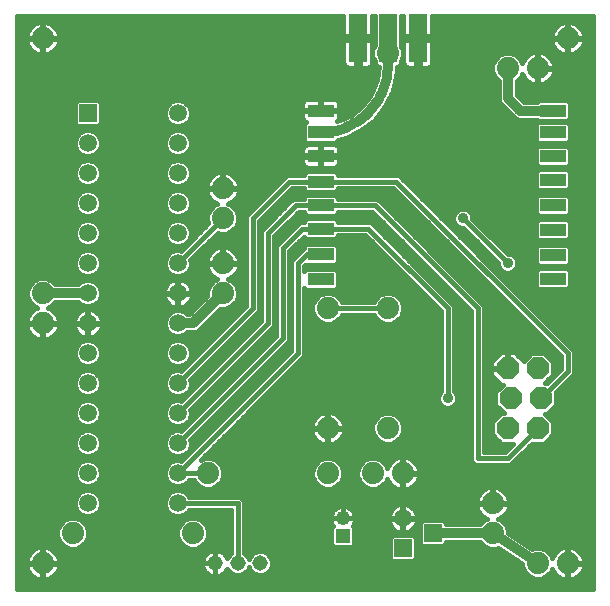
<source format=gtl>
G75*
G70*
%OFA0B0*%
%FSLAX24Y24*%
%IPPOS*%
%LPD*%
%AMOC8*
5,1,8,0,0,1.08239X$1,22.5*
%
%ADD10R,0.0860X0.0420*%
%ADD11C,0.0515*%
%ADD12OC8,0.0740*%
%ADD13R,0.0600X0.1600*%
%ADD14C,0.0740*%
%ADD15R,0.0590X0.0590*%
%ADD16C,0.0590*%
%ADD17R,0.0480X0.0480*%
%ADD18C,0.0480*%
%ADD19C,0.0320*%
%ADD20C,0.0160*%
%ADD21C,0.0356*%
D10*
X010943Y011643D03*
X010943Y012481D03*
X010943Y013331D03*
X010943Y014118D03*
X010943Y014905D03*
X010943Y015755D03*
X010943Y016543D03*
X010943Y017268D03*
X018680Y017268D03*
X018680Y016543D03*
X018680Y015755D03*
X018680Y014968D03*
X018680Y014118D03*
X018680Y013293D03*
X018680Y012456D03*
X018680Y011668D03*
D11*
X008930Y002180D03*
X008180Y002180D03*
X007430Y002180D03*
D12*
X017180Y006680D03*
X017280Y007680D03*
X018280Y007680D03*
X018180Y006680D03*
X018180Y008680D03*
X017180Y008680D03*
D13*
X014180Y019680D03*
X013180Y019680D03*
X012180Y019680D03*
D14*
X013180Y019180D03*
X017180Y018680D03*
X018180Y018680D03*
X019180Y019680D03*
X013180Y010680D03*
X011180Y010680D03*
X007680Y011180D03*
X007680Y012180D03*
X007680Y013680D03*
X007680Y014680D03*
X001680Y011180D03*
X001680Y010180D03*
X007180Y005180D03*
X006680Y003180D03*
X002680Y003180D03*
X001680Y002180D03*
X011180Y005180D03*
X011180Y006680D03*
X012680Y005180D03*
X013680Y005180D03*
X013180Y006680D03*
X016680Y004180D03*
X016680Y003180D03*
X018180Y002180D03*
X019180Y002180D03*
X001680Y019680D03*
D15*
X003180Y017180D03*
X014680Y003180D03*
X013680Y002680D03*
D16*
X013680Y003680D03*
X006180Y004180D03*
X006180Y005180D03*
X006180Y006180D03*
X006180Y007180D03*
X006180Y008180D03*
X006180Y009180D03*
X006180Y010180D03*
X006180Y011180D03*
X006180Y012180D03*
X006180Y013180D03*
X006180Y014180D03*
X006180Y015180D03*
X006180Y016180D03*
X006180Y017180D03*
X003180Y016180D03*
X003180Y015180D03*
X003180Y014180D03*
X003180Y013180D03*
X003180Y012180D03*
X003180Y011180D03*
X003180Y010180D03*
X003180Y009180D03*
X003180Y008180D03*
X003180Y007180D03*
X003180Y006180D03*
X003180Y005180D03*
X003180Y004180D03*
D17*
X011680Y003090D03*
D18*
X011680Y003680D03*
D19*
X014680Y003180D02*
X016680Y003180D01*
X018180Y002180D01*
X007680Y011180D02*
X006680Y010180D01*
X006180Y010180D01*
X003180Y011180D02*
X001680Y011180D01*
X010943Y016542D02*
X011049Y016545D01*
X011156Y016552D01*
X011261Y016565D01*
X011366Y016582D01*
X011470Y016605D01*
X011573Y016633D01*
X011675Y016665D01*
X011774Y016702D01*
X011872Y016744D01*
X011968Y016791D01*
X012062Y016842D01*
X012152Y016897D01*
X012241Y016957D01*
X012326Y017021D01*
X012408Y017088D01*
X012487Y017160D01*
X012562Y017235D01*
X012634Y017314D01*
X012701Y017396D01*
X012765Y017481D01*
X012825Y017570D01*
X012880Y017661D01*
X012931Y017754D01*
X012978Y017850D01*
X013020Y017948D01*
X013057Y018047D01*
X013089Y018149D01*
X013117Y018252D01*
X013140Y018356D01*
X013157Y018461D01*
X013170Y018566D01*
X013177Y018673D01*
X013180Y018779D01*
X013180Y019180D01*
X017180Y018680D02*
X017180Y017680D01*
X017592Y017268D01*
X018680Y017268D01*
D20*
X000820Y020410D02*
X000820Y001320D01*
X020032Y001320D01*
X020032Y020410D01*
X014660Y020410D01*
X014660Y019750D01*
X014250Y019750D01*
X014250Y019610D01*
X014660Y019610D01*
X014660Y018856D01*
X014648Y018811D01*
X014624Y018769D01*
X014591Y018736D01*
X014549Y018712D01*
X014504Y018700D01*
X014250Y018700D01*
X014250Y019610D01*
X014110Y019610D01*
X013700Y019610D01*
X013700Y018856D01*
X013712Y018811D01*
X013736Y018769D01*
X013769Y018736D01*
X013811Y018712D01*
X013856Y018700D01*
X014110Y018700D01*
X014110Y019610D01*
X014110Y019750D01*
X013700Y019750D01*
X013700Y020410D01*
X013620Y020410D01*
X013620Y019450D01*
X013690Y019281D01*
X013690Y019079D01*
X013620Y018910D01*
X013620Y018822D01*
X013538Y018740D01*
X013480Y018740D01*
X013480Y018494D01*
X013353Y017936D01*
X013105Y017421D01*
X013105Y017421D01*
X012748Y016974D01*
X012748Y016974D01*
X012301Y016618D01*
X012301Y016618D01*
X011786Y016370D01*
X011786Y016370D01*
X011513Y016308D01*
X011513Y016275D01*
X011431Y016193D01*
X010455Y016193D01*
X010373Y016275D01*
X010373Y016811D01*
X010451Y016888D01*
X010444Y016890D01*
X010403Y016914D01*
X010369Y016947D01*
X010346Y016988D01*
X010333Y017034D01*
X010333Y017243D01*
X010918Y017243D01*
X010918Y017293D01*
X010918Y017658D01*
X010490Y017658D01*
X010444Y017645D01*
X010403Y017622D01*
X010369Y017588D01*
X010346Y017547D01*
X010333Y017501D01*
X010333Y017293D01*
X010918Y017293D01*
X010968Y017293D01*
X010968Y017658D01*
X011397Y017658D01*
X011443Y017645D01*
X011484Y017622D01*
X011517Y017588D01*
X011541Y017547D01*
X011553Y017501D01*
X011553Y017293D01*
X010968Y017293D01*
X010968Y017243D01*
X011553Y017243D01*
X011553Y017034D01*
X011541Y016988D01*
X011517Y016947D01*
X011503Y016933D01*
X011583Y016951D01*
X011974Y017140D01*
X012313Y017410D01*
X012583Y017749D01*
X012771Y018140D01*
X012771Y018140D01*
X012868Y018563D01*
X012878Y018740D01*
X012822Y018740D01*
X012740Y018822D01*
X012740Y018910D01*
X012670Y019079D01*
X012670Y019281D01*
X012740Y019450D01*
X012740Y020410D01*
X012660Y020410D01*
X012660Y019750D01*
X012250Y019750D01*
X012250Y019610D01*
X012660Y019610D01*
X012660Y018856D01*
X012648Y018811D01*
X012624Y018769D01*
X012591Y018736D01*
X012549Y018712D01*
X012504Y018700D01*
X012250Y018700D01*
X012250Y019610D01*
X012110Y019610D01*
X012110Y018700D01*
X011856Y018700D01*
X011811Y018712D01*
X011769Y018736D01*
X011736Y018769D01*
X011712Y018811D01*
X011700Y018856D01*
X011700Y019610D01*
X012110Y019610D01*
X012110Y019750D01*
X011700Y019750D01*
X011700Y020410D01*
X000820Y020410D01*
X000820Y020359D02*
X011700Y020359D01*
X011700Y020200D02*
X001859Y020200D01*
X001891Y020190D02*
X001809Y020216D01*
X001723Y020230D01*
X001700Y020230D01*
X001700Y019700D01*
X001660Y019700D01*
X001660Y020230D01*
X001637Y020230D01*
X001551Y020216D01*
X001469Y020190D01*
X001392Y020150D01*
X001322Y020100D01*
X001260Y020038D01*
X001210Y019968D01*
X001170Y019891D01*
X001144Y019809D01*
X001130Y019723D01*
X001130Y019700D01*
X001660Y019700D01*
X001660Y019660D01*
X001130Y019660D01*
X001130Y019637D01*
X001144Y019551D01*
X001170Y019469D01*
X001210Y019392D01*
X001260Y019322D01*
X001322Y019260D01*
X001392Y019210D01*
X001469Y019170D01*
X001551Y019144D01*
X001637Y019130D01*
X001660Y019130D01*
X001660Y019660D01*
X001700Y019660D01*
X001700Y019700D01*
X002230Y019700D01*
X002230Y019723D01*
X002216Y019809D01*
X002190Y019891D01*
X002150Y019968D01*
X002100Y020038D01*
X002038Y020100D01*
X001968Y020150D01*
X001891Y020190D01*
X001700Y020200D02*
X001660Y020200D01*
X001660Y020042D02*
X001700Y020042D01*
X001700Y019883D02*
X001660Y019883D01*
X001660Y019725D02*
X001700Y019725D01*
X001700Y019660D02*
X002230Y019660D01*
X002230Y019637D01*
X002216Y019551D01*
X002190Y019469D01*
X002150Y019392D01*
X002100Y019322D01*
X002038Y019260D01*
X001968Y019210D01*
X001891Y019170D01*
X001809Y019144D01*
X001723Y019130D01*
X001700Y019130D01*
X001700Y019660D01*
X001700Y019566D02*
X001660Y019566D01*
X001660Y019408D02*
X001700Y019408D01*
X001700Y019249D02*
X001660Y019249D01*
X001337Y019249D02*
X000820Y019249D01*
X000820Y019091D02*
X011700Y019091D01*
X011700Y019249D02*
X002023Y019249D01*
X002158Y019408D02*
X011700Y019408D01*
X011700Y019566D02*
X002219Y019566D01*
X002230Y019725D02*
X012110Y019725D01*
X012250Y019725D02*
X012740Y019725D01*
X012740Y019883D02*
X012660Y019883D01*
X012660Y020042D02*
X012740Y020042D01*
X012740Y020200D02*
X012660Y020200D01*
X012660Y020359D02*
X012740Y020359D01*
X012740Y019566D02*
X012660Y019566D01*
X012660Y019408D02*
X012722Y019408D01*
X012670Y019249D02*
X012660Y019249D01*
X012660Y019091D02*
X012670Y019091D01*
X012660Y018932D02*
X012731Y018932D01*
X012788Y018774D02*
X012626Y018774D01*
X012871Y018615D02*
X000820Y018615D01*
X000820Y018457D02*
X012844Y018457D01*
X012807Y018298D02*
X000820Y018298D01*
X000820Y018140D02*
X012771Y018140D01*
X012695Y017981D02*
X000820Y017981D01*
X000820Y017823D02*
X012619Y017823D01*
X012515Y017664D02*
X000820Y017664D01*
X000820Y017506D02*
X002745Y017506D01*
X002745Y017533D02*
X002745Y016827D01*
X002827Y016745D01*
X003533Y016745D01*
X003615Y016827D01*
X003615Y017533D01*
X003533Y017615D01*
X002827Y017615D01*
X002745Y017533D01*
X002745Y017347D02*
X000820Y017347D01*
X000820Y017189D02*
X002745Y017189D01*
X002745Y017030D02*
X000820Y017030D01*
X000820Y016872D02*
X002745Y016872D01*
X002934Y016549D02*
X002811Y016426D01*
X002745Y016267D01*
X002745Y016093D01*
X002811Y015934D01*
X002934Y015811D01*
X003093Y015745D01*
X003267Y015745D01*
X003426Y015811D01*
X003549Y015934D01*
X003615Y016093D01*
X003615Y016267D01*
X003549Y016426D01*
X003426Y016549D01*
X003267Y016615D01*
X003093Y016615D01*
X002934Y016549D01*
X002947Y016555D02*
X000820Y016555D01*
X000820Y016713D02*
X010373Y016713D01*
X010373Y016555D02*
X006413Y016555D01*
X006426Y016549D02*
X006267Y016615D01*
X006093Y016615D01*
X005934Y016549D01*
X005811Y016426D01*
X005745Y016267D01*
X005745Y016093D01*
X005811Y015934D01*
X005934Y015811D01*
X006093Y015745D01*
X006267Y015745D01*
X006426Y015811D01*
X006549Y015934D01*
X006615Y016093D01*
X006615Y016267D01*
X006549Y016426D01*
X006426Y016549D01*
X006561Y016396D02*
X010373Y016396D01*
X010410Y016238D02*
X006615Y016238D01*
X006609Y016079D02*
X010372Y016079D01*
X010369Y016076D02*
X010346Y016035D01*
X010333Y015989D01*
X010333Y015780D01*
X010918Y015780D01*
X010918Y015730D01*
X010333Y015730D01*
X010333Y015522D01*
X010346Y015476D01*
X010369Y015435D01*
X010403Y015401D01*
X010444Y015378D01*
X010490Y015365D01*
X010918Y015365D01*
X010918Y015730D01*
X010968Y015730D01*
X010968Y015365D01*
X011397Y015365D01*
X011443Y015378D01*
X011484Y015401D01*
X011517Y015435D01*
X011541Y015476D01*
X011553Y015522D01*
X011553Y015730D01*
X010968Y015730D01*
X010968Y015780D01*
X010918Y015780D01*
X010918Y016145D01*
X010490Y016145D01*
X010444Y016133D01*
X010403Y016109D01*
X010369Y016076D01*
X010333Y015921D02*
X006536Y015921D01*
X006308Y015762D02*
X010918Y015762D01*
X010968Y015762D02*
X018110Y015762D01*
X018110Y015604D02*
X011553Y015604D01*
X011523Y015445D02*
X018152Y015445D01*
X018192Y015405D02*
X018110Y015487D01*
X018110Y016023D01*
X018192Y016105D01*
X019168Y016105D01*
X019250Y016023D01*
X019250Y015487D01*
X019168Y015405D01*
X018192Y015405D01*
X018192Y015318D02*
X018110Y015236D01*
X018110Y014700D01*
X018192Y014618D01*
X019168Y014618D01*
X019250Y014700D01*
X019250Y015236D01*
X019168Y015318D01*
X018192Y015318D01*
X018161Y015287D02*
X006607Y015287D01*
X006615Y015267D02*
X006549Y015426D01*
X006426Y015549D01*
X006267Y015615D01*
X006093Y015615D01*
X005934Y015549D01*
X005811Y015426D01*
X005745Y015267D01*
X005745Y015093D01*
X005811Y014934D01*
X005934Y014811D01*
X003426Y014811D01*
X003549Y014934D01*
X003615Y015093D01*
X003615Y015267D01*
X003549Y015426D01*
X003426Y015549D01*
X003267Y015615D01*
X003093Y015615D01*
X002934Y015549D01*
X002811Y015426D01*
X002745Y015267D01*
X002745Y015093D01*
X002811Y014934D01*
X002934Y014811D01*
X000820Y014811D01*
X000820Y014653D02*
X007130Y014653D01*
X007130Y014660D02*
X007130Y014637D01*
X007144Y014551D01*
X007170Y014469D01*
X007210Y014392D01*
X007260Y014322D01*
X007322Y014260D01*
X007392Y014210D01*
X007469Y014170D01*
X007504Y014159D01*
X007391Y014112D01*
X007248Y013969D01*
X007170Y013781D01*
X007170Y013579D01*
X007199Y013510D01*
X006293Y012604D01*
X006267Y012615D01*
X006093Y012615D01*
X005934Y012549D01*
X005811Y012426D01*
X005745Y012267D01*
X005745Y012093D01*
X005811Y011934D01*
X005934Y011811D01*
X006093Y011745D01*
X006267Y011745D01*
X006426Y011811D01*
X006549Y011934D01*
X006615Y012093D01*
X006615Y012267D01*
X006604Y012293D01*
X007510Y013199D01*
X007579Y013170D01*
X007781Y013170D01*
X007969Y013248D01*
X008112Y013391D01*
X008190Y013579D01*
X008190Y013781D01*
X008112Y013969D01*
X007969Y014112D01*
X007856Y014159D01*
X007891Y014170D01*
X007968Y014210D01*
X008038Y014260D01*
X008100Y014322D01*
X008150Y014392D01*
X008190Y014469D01*
X008216Y014551D01*
X008230Y014637D01*
X008230Y014660D01*
X007700Y014660D01*
X007700Y014700D01*
X008230Y014700D01*
X008230Y014723D01*
X008216Y014809D01*
X008190Y014891D01*
X008150Y014968D01*
X008100Y015038D01*
X008038Y015100D01*
X007968Y015150D01*
X007891Y015190D01*
X007809Y015216D01*
X007723Y015230D01*
X007700Y015230D01*
X007700Y014700D01*
X007660Y014700D01*
X007660Y015230D01*
X007637Y015230D01*
X007551Y015216D01*
X007469Y015190D01*
X007392Y015150D01*
X007322Y015100D01*
X007260Y015038D01*
X007210Y014968D01*
X007170Y014891D01*
X007144Y014809D01*
X007130Y014723D01*
X007130Y014700D01*
X007660Y014700D01*
X007660Y014660D01*
X007130Y014660D01*
X007144Y014811D02*
X006426Y014811D01*
X006549Y014934D01*
X006615Y015093D01*
X006615Y015267D01*
X006615Y015128D02*
X007361Y015128D01*
X007211Y014970D02*
X006564Y014970D01*
X006426Y014811D02*
X006267Y014745D01*
X006093Y014745D01*
X005934Y014811D01*
X005796Y014970D02*
X003564Y014970D01*
X003615Y015128D02*
X005745Y015128D01*
X005753Y015287D02*
X003607Y015287D01*
X003530Y015445D02*
X005830Y015445D01*
X006066Y015604D02*
X003294Y015604D01*
X003308Y015762D02*
X006052Y015762D01*
X005824Y015921D02*
X003536Y015921D01*
X003609Y016079D02*
X005751Y016079D01*
X005745Y016238D02*
X003615Y016238D01*
X003561Y016396D02*
X005799Y016396D01*
X005947Y016555D02*
X003413Y016555D01*
X003615Y016872D02*
X005873Y016872D01*
X005934Y016811D02*
X006093Y016745D01*
X006267Y016745D01*
X006426Y016811D01*
X006549Y016934D01*
X006615Y017093D01*
X006615Y017267D01*
X006549Y017426D01*
X006426Y017549D01*
X006267Y017615D01*
X006093Y017615D01*
X005934Y017549D01*
X005811Y017426D01*
X005745Y017267D01*
X005745Y017093D01*
X005811Y016934D01*
X005934Y016811D01*
X005771Y017030D02*
X003615Y017030D01*
X003615Y017189D02*
X005745Y017189D01*
X005778Y017347D02*
X003615Y017347D01*
X003615Y017506D02*
X005890Y017506D01*
X006470Y017506D02*
X010334Y017506D01*
X010333Y017347D02*
X006582Y017347D01*
X006615Y017189D02*
X010333Y017189D01*
X010334Y017030D02*
X006589Y017030D01*
X006487Y016872D02*
X010434Y016872D01*
X010918Y017347D02*
X010968Y017347D01*
X010968Y017506D02*
X010918Y017506D01*
X011552Y017506D02*
X012389Y017506D01*
X012234Y017347D02*
X011553Y017347D01*
X011553Y017189D02*
X012035Y017189D01*
X011746Y017030D02*
X011552Y017030D01*
X012170Y016555D02*
X018110Y016555D01*
X018110Y016713D02*
X012421Y016713D01*
X012619Y016872D02*
X018171Y016872D01*
X018192Y016893D02*
X018110Y016811D01*
X018110Y016275D01*
X018192Y016193D01*
X019168Y016193D01*
X019250Y016275D01*
X019250Y016811D01*
X019168Y016893D01*
X018192Y016893D01*
X018192Y016918D02*
X019168Y016918D01*
X019250Y017000D01*
X019250Y017536D01*
X019168Y017618D01*
X018192Y017618D01*
X018142Y017568D01*
X017717Y017568D01*
X017480Y017804D01*
X017480Y018259D01*
X017612Y018391D01*
X017659Y018504D01*
X017670Y018469D01*
X017710Y018392D01*
X017760Y018322D01*
X017822Y018260D01*
X017892Y018210D01*
X017969Y018170D01*
X018051Y018144D01*
X018137Y018130D01*
X018160Y018130D01*
X018160Y018660D01*
X018200Y018660D01*
X018200Y018700D01*
X018160Y018700D01*
X018160Y019230D01*
X018137Y019230D01*
X018051Y019216D01*
X017969Y019190D01*
X017892Y019150D01*
X017822Y019100D01*
X017760Y019038D01*
X017710Y018968D01*
X017670Y018891D01*
X017659Y018856D01*
X017612Y018969D01*
X017469Y019112D01*
X017281Y019190D01*
X017079Y019190D01*
X016891Y019112D01*
X016748Y018969D01*
X016670Y018781D01*
X016670Y018579D01*
X016748Y018391D01*
X016880Y018259D01*
X016880Y017620D01*
X016926Y017510D01*
X017010Y017426D01*
X017422Y017013D01*
X017533Y016968D01*
X018142Y016968D01*
X018192Y016918D01*
X018110Y016396D02*
X011841Y016396D01*
X011517Y016076D02*
X011541Y016035D01*
X011553Y015989D01*
X011553Y015780D01*
X010968Y015780D01*
X010968Y016145D01*
X011397Y016145D01*
X011443Y016133D01*
X011484Y016109D01*
X011517Y016076D01*
X011514Y016079D02*
X018166Y016079D01*
X018147Y016238D02*
X011476Y016238D01*
X011553Y015921D02*
X018110Y015921D01*
X018110Y015128D02*
X011513Y015128D01*
X011513Y015125D02*
X011513Y015173D01*
X011431Y015255D01*
X010455Y015255D01*
X010373Y015173D01*
X010373Y015125D01*
X009814Y015125D01*
X009685Y014997D01*
X009685Y014997D01*
X008589Y013900D01*
X008589Y013900D01*
X008460Y013771D01*
X008460Y010771D01*
X006293Y008604D01*
X006267Y008615D01*
X006093Y008615D01*
X005934Y008549D01*
X005811Y008426D01*
X005745Y008267D01*
X005745Y008093D01*
X005811Y007934D01*
X005934Y007811D01*
X006093Y007745D01*
X006267Y007745D01*
X006426Y007811D01*
X006549Y007934D01*
X006615Y008093D01*
X006615Y008267D01*
X006604Y008293D01*
X008771Y010460D01*
X008900Y010589D01*
X008900Y013589D01*
X009997Y014685D01*
X010373Y014685D01*
X010373Y014637D01*
X010455Y014555D01*
X011431Y014555D01*
X011513Y014637D01*
X011513Y014685D01*
X013363Y014685D01*
X018960Y009089D01*
X018960Y008671D01*
X018479Y008190D01*
X018411Y008190D01*
X018690Y008469D01*
X018690Y008891D01*
X018391Y009190D01*
X017969Y009190D01*
X017708Y008930D01*
X017408Y009230D01*
X017200Y009230D01*
X017200Y008700D01*
X017160Y008700D01*
X017160Y009230D01*
X016952Y009230D01*
X016630Y008908D01*
X016630Y008700D01*
X017160Y008700D01*
X017160Y008660D01*
X016630Y008660D01*
X016630Y008452D01*
X016952Y008130D01*
X017009Y008130D01*
X016770Y007891D01*
X016770Y007469D01*
X017049Y007190D01*
X016969Y007190D01*
X016670Y006891D01*
X016670Y006469D01*
X016969Y006170D01*
X017359Y006170D01*
X017089Y005900D01*
X016400Y005900D01*
X016400Y010771D01*
X012962Y014209D01*
X012833Y014338D01*
X011513Y014338D01*
X011513Y014386D01*
X011431Y014468D01*
X010455Y014468D01*
X010373Y014386D01*
X010373Y014338D01*
X010027Y014338D01*
X009898Y014209D01*
X008960Y013271D01*
X008960Y010271D01*
X006293Y007604D01*
X006267Y007615D01*
X006093Y007615D01*
X005934Y007549D01*
X005811Y007426D01*
X005745Y007267D01*
X005745Y007093D01*
X005811Y006934D01*
X005934Y006811D01*
X006093Y006745D01*
X006267Y006745D01*
X006426Y006811D01*
X006549Y006934D01*
X006615Y007093D01*
X006615Y007267D01*
X006604Y007293D01*
X009271Y009960D01*
X009400Y010089D01*
X009400Y013089D01*
X010209Y013898D01*
X010373Y013898D01*
X010373Y013850D01*
X010455Y013768D01*
X011431Y013768D01*
X011513Y013850D01*
X011513Y013898D01*
X012651Y013898D01*
X015960Y010589D01*
X015960Y005589D01*
X016089Y005460D01*
X017271Y005460D01*
X017400Y005589D01*
X017981Y006170D01*
X018391Y006170D01*
X018690Y006469D01*
X018690Y006891D01*
X018411Y007170D01*
X018491Y007170D01*
X018790Y007469D01*
X018790Y007879D01*
X019400Y008489D01*
X019400Y009271D01*
X019271Y009400D01*
X013546Y015125D01*
X011513Y015125D01*
X011513Y014653D02*
X013396Y014653D01*
X013555Y014494D02*
X009805Y014494D01*
X009647Y014336D02*
X010024Y014336D01*
X009866Y014177D02*
X009488Y014177D01*
X009330Y014019D02*
X009707Y014019D01*
X009549Y013860D02*
X009171Y013860D01*
X009013Y013702D02*
X009390Y013702D01*
X009232Y013543D02*
X008900Y013543D01*
X008900Y013385D02*
X009073Y013385D01*
X008960Y013226D02*
X008900Y013226D01*
X008900Y013068D02*
X008960Y013068D01*
X008960Y012909D02*
X008900Y012909D01*
X008900Y012751D02*
X008960Y012751D01*
X008960Y012592D02*
X008900Y012592D01*
X008900Y012434D02*
X008960Y012434D01*
X008960Y012275D02*
X008900Y012275D01*
X008900Y012117D02*
X008960Y012117D01*
X008960Y011958D02*
X008900Y011958D01*
X008900Y011800D02*
X008960Y011800D01*
X008960Y011641D02*
X008900Y011641D01*
X008900Y011483D02*
X008960Y011483D01*
X008960Y011324D02*
X008900Y011324D01*
X008900Y011166D02*
X008960Y011166D01*
X008960Y011007D02*
X008900Y011007D01*
X008900Y010849D02*
X008960Y010849D01*
X008960Y010690D02*
X008900Y010690D01*
X008843Y010532D02*
X008960Y010532D01*
X008960Y010373D02*
X008684Y010373D01*
X008526Y010215D02*
X008903Y010215D01*
X008745Y010056D02*
X008367Y010056D01*
X008209Y009898D02*
X008586Y009898D01*
X008428Y009739D02*
X008050Y009739D01*
X007892Y009581D02*
X008269Y009581D01*
X008111Y009422D02*
X007733Y009422D01*
X007575Y009264D02*
X007952Y009264D01*
X007794Y009105D02*
X007416Y009105D01*
X007258Y008947D02*
X007635Y008947D01*
X007477Y008788D02*
X007099Y008788D01*
X006941Y008630D02*
X007318Y008630D01*
X007160Y008471D02*
X006782Y008471D01*
X006624Y008313D02*
X007001Y008313D01*
X006843Y008154D02*
X006615Y008154D01*
X006574Y007996D02*
X006684Y007996D01*
X006526Y007837D02*
X006452Y007837D01*
X006367Y007679D02*
X000820Y007679D01*
X000820Y007837D02*
X002908Y007837D01*
X002934Y007811D02*
X003093Y007745D01*
X003267Y007745D01*
X003426Y007811D01*
X003549Y007934D01*
X003615Y008093D01*
X003615Y008267D01*
X003549Y008426D01*
X003426Y008549D01*
X003267Y008615D01*
X003093Y008615D01*
X002934Y008549D01*
X002811Y008426D01*
X002745Y008267D01*
X002745Y008093D01*
X002811Y007934D01*
X002934Y007811D01*
X002786Y007996D02*
X000820Y007996D01*
X000820Y008154D02*
X002745Y008154D01*
X002764Y008313D02*
X000820Y008313D01*
X000820Y008471D02*
X002856Y008471D01*
X002934Y008811D02*
X003093Y008745D01*
X003267Y008745D01*
X003426Y008811D01*
X003549Y008934D01*
X003615Y009093D01*
X003615Y009267D01*
X003549Y009426D01*
X003426Y009549D01*
X003267Y009615D01*
X003093Y009615D01*
X002934Y009549D01*
X002811Y009426D01*
X002745Y009267D01*
X002745Y009093D01*
X002811Y008934D01*
X002934Y008811D01*
X002990Y008788D02*
X000820Y008788D01*
X000820Y008630D02*
X006318Y008630D01*
X006267Y008745D02*
X006426Y008811D01*
X006549Y008934D01*
X006615Y009093D01*
X006615Y009267D01*
X006549Y009426D01*
X006426Y009549D01*
X006267Y009615D01*
X006093Y009615D01*
X005934Y009549D01*
X005811Y009426D01*
X005745Y009267D01*
X005745Y009093D01*
X005811Y008934D01*
X005934Y008811D01*
X006093Y008745D01*
X006267Y008745D01*
X006370Y008788D02*
X006477Y008788D01*
X006554Y008947D02*
X006635Y008947D01*
X006615Y009105D02*
X006794Y009105D01*
X006952Y009264D02*
X006615Y009264D01*
X006551Y009422D02*
X007111Y009422D01*
X007269Y009581D02*
X006350Y009581D01*
X006267Y009745D02*
X006093Y009745D01*
X005934Y009811D01*
X005811Y009934D01*
X005745Y010093D01*
X005745Y010267D01*
X005811Y010426D01*
X005934Y010549D01*
X006093Y010615D01*
X006267Y010615D01*
X006426Y010549D01*
X006495Y010480D01*
X006556Y010480D01*
X007170Y011094D01*
X007170Y011281D01*
X007248Y011469D01*
X007391Y011612D01*
X007504Y011659D01*
X007469Y011670D01*
X007392Y011710D01*
X007322Y011760D01*
X007260Y011822D01*
X007210Y011892D01*
X007170Y011969D01*
X007144Y012051D01*
X007130Y012137D01*
X007130Y012160D01*
X007660Y012160D01*
X007660Y012200D01*
X007660Y012730D01*
X007637Y012730D01*
X007551Y012716D01*
X007469Y012690D01*
X007392Y012650D01*
X007322Y012600D01*
X007260Y012538D01*
X007210Y012468D01*
X007170Y012391D01*
X007144Y012309D01*
X007130Y012223D01*
X007130Y012200D01*
X007660Y012200D01*
X007700Y012200D01*
X008230Y012200D01*
X008230Y012223D01*
X008216Y012309D01*
X008190Y012391D01*
X008150Y012468D01*
X008100Y012538D01*
X008038Y012600D01*
X007968Y012650D01*
X007891Y012690D01*
X007809Y012716D01*
X007723Y012730D01*
X007700Y012730D01*
X007700Y012200D01*
X007700Y012160D01*
X008230Y012160D01*
X008230Y012137D01*
X008216Y012051D01*
X008190Y011969D01*
X008150Y011892D01*
X008100Y011822D01*
X008038Y011760D01*
X007968Y011710D01*
X007891Y011670D01*
X007856Y011659D01*
X007969Y011612D01*
X008112Y011469D01*
X008190Y011281D01*
X008190Y011079D01*
X008112Y010891D01*
X007969Y010748D01*
X007781Y010670D01*
X007594Y010670D01*
X006850Y009926D01*
X006740Y009880D01*
X006495Y009880D01*
X006426Y009811D01*
X006267Y009745D01*
X006010Y009581D02*
X003350Y009581D01*
X003291Y009717D02*
X003362Y009740D01*
X003429Y009774D01*
X003489Y009818D01*
X003542Y009871D01*
X003586Y009931D01*
X003620Y009998D01*
X003643Y010069D01*
X003655Y010143D01*
X003655Y010162D01*
X003198Y010162D01*
X003198Y010198D01*
X003655Y010198D01*
X003655Y010217D01*
X003643Y010291D01*
X003620Y010362D01*
X003586Y010429D01*
X003542Y010489D01*
X003489Y010542D01*
X003429Y010586D01*
X003362Y010620D01*
X003291Y010643D01*
X003217Y010655D01*
X003198Y010655D01*
X003198Y010198D01*
X003162Y010198D01*
X003162Y010655D01*
X003143Y010655D01*
X003069Y010643D01*
X002998Y010620D01*
X002931Y010586D01*
X002871Y010542D01*
X002818Y010489D01*
X002774Y010429D01*
X002740Y010362D01*
X002717Y010291D01*
X002705Y010217D01*
X002705Y010198D01*
X003162Y010198D01*
X003162Y010162D01*
X003198Y010162D01*
X003198Y009705D01*
X003217Y009705D01*
X003291Y009717D01*
X003360Y009739D02*
X007428Y009739D01*
X007586Y009898D02*
X006782Y009898D01*
X006980Y010056D02*
X007745Y010056D01*
X007903Y010215D02*
X007139Y010215D01*
X007297Y010373D02*
X008062Y010373D01*
X008220Y010532D02*
X007456Y010532D01*
X007830Y010690D02*
X008379Y010690D01*
X008460Y010849D02*
X008070Y010849D01*
X008160Y011007D02*
X008460Y011007D01*
X008460Y011166D02*
X008190Y011166D01*
X008172Y011324D02*
X008460Y011324D01*
X008460Y011483D02*
X008099Y011483D01*
X007900Y011641D02*
X008460Y011641D01*
X008460Y011800D02*
X008077Y011800D01*
X008184Y011958D02*
X008460Y011958D01*
X008460Y012117D02*
X008227Y012117D01*
X008222Y012275D02*
X008460Y012275D01*
X008460Y012434D02*
X008168Y012434D01*
X008046Y012592D02*
X008460Y012592D01*
X008460Y012751D02*
X007062Y012751D01*
X007220Y012909D02*
X008460Y012909D01*
X008460Y013068D02*
X007379Y013068D01*
X007073Y013385D02*
X006566Y013385D01*
X006549Y013426D02*
X006426Y013549D01*
X006267Y013615D01*
X006093Y013615D01*
X005934Y013549D01*
X005811Y013426D01*
X005745Y013267D01*
X005745Y013093D01*
X005811Y012934D01*
X005934Y012811D01*
X006093Y012745D01*
X006267Y012745D01*
X006426Y012811D01*
X006549Y012934D01*
X006615Y013093D01*
X006615Y013267D01*
X006549Y013426D01*
X006432Y013543D02*
X007185Y013543D01*
X007170Y013702D02*
X000820Y013702D01*
X000820Y013860D02*
X002885Y013860D01*
X002934Y013811D02*
X003093Y013745D01*
X003267Y013745D01*
X003426Y013811D01*
X003549Y013934D01*
X003615Y014093D01*
X003615Y014267D01*
X003549Y014426D01*
X003426Y014549D01*
X003267Y014615D01*
X003093Y014615D01*
X002934Y014549D01*
X002811Y014426D01*
X002745Y014267D01*
X002745Y014093D01*
X002811Y013934D01*
X002934Y013811D01*
X003093Y013615D02*
X002934Y013549D01*
X002811Y013426D01*
X002745Y013267D01*
X002745Y013093D01*
X002811Y012934D01*
X002934Y012811D01*
X003093Y012745D01*
X003267Y012745D01*
X003426Y012811D01*
X003549Y012934D01*
X003615Y013093D01*
X003615Y013267D01*
X003549Y013426D01*
X003426Y013549D01*
X003267Y013615D01*
X003093Y013615D01*
X002928Y013543D02*
X000820Y013543D01*
X000820Y013385D02*
X002794Y013385D01*
X002745Y013226D02*
X000820Y013226D01*
X000820Y013068D02*
X002756Y013068D01*
X002836Y012909D02*
X000820Y012909D01*
X000820Y012751D02*
X003080Y012751D01*
X003093Y012615D02*
X002934Y012549D01*
X002811Y012426D01*
X002745Y012267D01*
X002745Y012093D01*
X002811Y011934D01*
X002934Y011811D01*
X003093Y011745D01*
X003267Y011745D01*
X003426Y011811D01*
X003549Y011934D01*
X003615Y012093D01*
X003615Y012267D01*
X003549Y012426D01*
X003426Y012549D01*
X003267Y012615D01*
X003093Y012615D01*
X003038Y012592D02*
X000820Y012592D01*
X000820Y012434D02*
X002818Y012434D01*
X002749Y012275D02*
X000820Y012275D01*
X000820Y012117D02*
X002745Y012117D01*
X002801Y011958D02*
X000820Y011958D01*
X000820Y011800D02*
X002962Y011800D01*
X003093Y011615D02*
X002934Y011549D01*
X002865Y011480D01*
X002101Y011480D01*
X001969Y011612D01*
X001781Y011690D01*
X001579Y011690D01*
X001391Y011612D01*
X001248Y011469D01*
X001170Y011281D01*
X001170Y011079D01*
X001248Y010891D01*
X001391Y010748D01*
X001504Y010701D01*
X001469Y010690D01*
X001392Y010650D01*
X001322Y010600D01*
X001260Y010538D01*
X001210Y010468D01*
X001170Y010391D01*
X001144Y010309D01*
X001130Y010223D01*
X001130Y010200D01*
X001660Y010200D01*
X001660Y010160D01*
X001700Y010160D01*
X001700Y010200D01*
X002230Y010200D01*
X002230Y010223D01*
X002216Y010309D01*
X002190Y010391D01*
X002150Y010468D01*
X002100Y010538D01*
X002038Y010600D01*
X001968Y010650D01*
X001891Y010690D01*
X001856Y010701D01*
X001969Y010748D01*
X002101Y010880D01*
X002865Y010880D01*
X002934Y010811D01*
X003093Y010745D01*
X003267Y010745D01*
X003426Y010811D01*
X003549Y010934D01*
X003615Y011093D01*
X003615Y011267D01*
X003549Y011426D01*
X003426Y011549D01*
X003267Y011615D01*
X003093Y011615D01*
X002867Y011483D02*
X002099Y011483D01*
X001900Y011641D02*
X006062Y011641D01*
X006069Y011643D02*
X005998Y011620D01*
X005931Y011586D01*
X005871Y011542D01*
X005818Y011489D01*
X005774Y011429D01*
X005740Y011362D01*
X005717Y011291D01*
X005705Y011217D01*
X005705Y011198D01*
X006162Y011198D01*
X006162Y011655D01*
X006143Y011655D01*
X006069Y011643D01*
X006162Y011641D02*
X006198Y011641D01*
X006198Y011655D02*
X006217Y011655D01*
X006291Y011643D01*
X006362Y011620D01*
X006429Y011586D01*
X006489Y011542D01*
X006542Y011489D01*
X006586Y011429D01*
X006620Y011362D01*
X006643Y011291D01*
X006655Y011217D01*
X006655Y011198D01*
X006198Y011198D01*
X006198Y011162D01*
X006655Y011162D01*
X006655Y011143D01*
X006643Y011069D01*
X006620Y010998D01*
X006586Y010931D01*
X006542Y010871D01*
X006489Y010818D01*
X006429Y010774D01*
X006362Y010740D01*
X006291Y010717D01*
X006217Y010705D01*
X006198Y010705D01*
X006198Y011162D01*
X006162Y011162D01*
X006162Y010705D01*
X006143Y010705D01*
X006069Y010717D01*
X005998Y010740D01*
X005931Y010774D01*
X005871Y010818D01*
X005818Y010871D01*
X005774Y010931D01*
X005740Y010998D01*
X005717Y011069D01*
X005705Y011143D01*
X005705Y011162D01*
X006162Y011162D01*
X006162Y011198D01*
X006198Y011198D01*
X006198Y011655D01*
X006298Y011641D02*
X007460Y011641D01*
X007283Y011800D02*
X006398Y011800D01*
X006559Y011958D02*
X007176Y011958D01*
X007133Y012117D02*
X006615Y012117D01*
X006611Y012275D02*
X007138Y012275D01*
X007192Y012434D02*
X006745Y012434D01*
X006903Y012592D02*
X007314Y012592D01*
X007660Y012592D02*
X007700Y012592D01*
X007700Y012434D02*
X007660Y012434D01*
X007660Y012275D02*
X007700Y012275D01*
X007261Y011483D02*
X006547Y011483D01*
X006633Y011324D02*
X007188Y011324D01*
X007170Y011166D02*
X006198Y011166D01*
X006162Y011166D02*
X003615Y011166D01*
X003591Y011324D02*
X005727Y011324D01*
X005813Y011483D02*
X003493Y011483D01*
X003398Y011800D02*
X005962Y011800D01*
X005801Y011958D02*
X003559Y011958D01*
X003615Y012117D02*
X005745Y012117D01*
X005749Y012275D02*
X003611Y012275D01*
X003542Y012434D02*
X005818Y012434D01*
X006038Y012592D02*
X003322Y012592D01*
X003280Y012751D02*
X006080Y012751D01*
X006280Y012751D02*
X006439Y012751D01*
X006524Y012909D02*
X006598Y012909D01*
X006604Y013068D02*
X006756Y013068D01*
X006615Y013226D02*
X006915Y013226D01*
X007203Y013860D02*
X006475Y013860D01*
X006426Y013811D02*
X006549Y013934D01*
X006615Y014093D01*
X006615Y014267D01*
X006549Y014426D01*
X006426Y014549D01*
X006267Y014615D01*
X006093Y014615D01*
X005934Y014549D01*
X005811Y014426D01*
X005745Y014267D01*
X005745Y014093D01*
X005811Y013934D01*
X005934Y013811D01*
X006093Y013745D01*
X006267Y013745D01*
X006426Y013811D01*
X006584Y014019D02*
X007297Y014019D01*
X007456Y014177D02*
X006615Y014177D01*
X006586Y014336D02*
X007250Y014336D01*
X007162Y014494D02*
X006481Y014494D01*
X005879Y014494D02*
X003481Y014494D01*
X003586Y014336D02*
X005774Y014336D01*
X005745Y014177D02*
X003615Y014177D01*
X003584Y014019D02*
X005776Y014019D01*
X005885Y013860D02*
X003475Y013860D01*
X003432Y013543D02*
X005928Y013543D01*
X005794Y013385D02*
X003566Y013385D01*
X003615Y013226D02*
X005745Y013226D01*
X005756Y013068D02*
X003604Y013068D01*
X003524Y012909D02*
X005836Y012909D01*
X006180Y012180D02*
X007680Y013680D01*
X008063Y014019D02*
X008707Y014019D01*
X008866Y014177D02*
X007904Y014177D01*
X008110Y014336D02*
X009024Y014336D01*
X009183Y014494D02*
X008198Y014494D01*
X008230Y014653D02*
X009341Y014653D01*
X009500Y014811D02*
X008216Y014811D01*
X008149Y014970D02*
X009658Y014970D01*
X009905Y014905D02*
X010943Y014905D01*
X013455Y014905D01*
X019180Y009180D01*
X019180Y008580D01*
X018280Y007680D01*
X018790Y007679D02*
X020032Y007679D01*
X020032Y007837D02*
X018790Y007837D01*
X018907Y007996D02*
X020032Y007996D01*
X020032Y008154D02*
X019065Y008154D01*
X019224Y008313D02*
X020032Y008313D01*
X020032Y008471D02*
X019382Y008471D01*
X019400Y008630D02*
X020032Y008630D01*
X020032Y008788D02*
X019400Y008788D01*
X019400Y008947D02*
X020032Y008947D01*
X020032Y009105D02*
X019400Y009105D01*
X019400Y009264D02*
X020032Y009264D01*
X020032Y009422D02*
X019249Y009422D01*
X019091Y009581D02*
X020032Y009581D01*
X020032Y009739D02*
X018932Y009739D01*
X018774Y009898D02*
X020032Y009898D01*
X020032Y010056D02*
X018615Y010056D01*
X018457Y010215D02*
X020032Y010215D01*
X020032Y010373D02*
X018298Y010373D01*
X018140Y010532D02*
X020032Y010532D01*
X020032Y010690D02*
X017981Y010690D01*
X017823Y010849D02*
X020032Y010849D01*
X020032Y011007D02*
X017664Y011007D01*
X017506Y011166D02*
X020032Y011166D01*
X020032Y011324D02*
X019174Y011324D01*
X019168Y011318D02*
X019250Y011400D01*
X019250Y011936D01*
X019168Y012018D01*
X018192Y012018D01*
X018110Y011936D01*
X018110Y011400D01*
X018192Y011318D01*
X019168Y011318D01*
X019250Y011483D02*
X020032Y011483D01*
X020032Y011641D02*
X019250Y011641D01*
X019250Y011800D02*
X020032Y011800D01*
X020032Y011958D02*
X019228Y011958D01*
X019168Y012106D02*
X019250Y012188D01*
X019250Y012724D01*
X019168Y012806D01*
X018192Y012806D01*
X018110Y012724D01*
X018110Y012188D01*
X018192Y012106D01*
X019168Y012106D01*
X019179Y012117D02*
X020032Y012117D01*
X020032Y012275D02*
X019250Y012275D01*
X019250Y012434D02*
X020032Y012434D01*
X020032Y012592D02*
X019250Y012592D01*
X019223Y012751D02*
X020032Y012751D01*
X020032Y012909D02*
X016762Y012909D01*
X016604Y013068D02*
X018110Y013068D01*
X018110Y013025D02*
X018192Y012943D01*
X019168Y012943D01*
X019250Y013025D01*
X019250Y013561D01*
X019168Y013643D01*
X018192Y013643D01*
X018110Y013561D01*
X018110Y013025D01*
X018110Y013226D02*
X016445Y013226D01*
X016287Y013385D02*
X018110Y013385D01*
X018110Y013543D02*
X016128Y013543D01*
X015998Y013673D02*
X015998Y013743D01*
X015950Y013860D01*
X018110Y013860D01*
X018110Y013850D02*
X018192Y013768D01*
X019168Y013768D01*
X019250Y013850D01*
X019250Y014386D01*
X019168Y014468D01*
X018192Y014468D01*
X018110Y014386D01*
X018110Y013850D01*
X018110Y014019D02*
X014653Y014019D01*
X014494Y014177D02*
X018110Y014177D01*
X018110Y014336D02*
X014336Y014336D01*
X014177Y014494D02*
X020032Y014494D01*
X020032Y014336D02*
X019250Y014336D01*
X019250Y014177D02*
X020032Y014177D01*
X020032Y014019D02*
X019250Y014019D01*
X019250Y013860D02*
X020032Y013860D01*
X020032Y013702D02*
X015998Y013702D01*
X015998Y013673D02*
X017173Y012498D01*
X017243Y012498D01*
X017360Y012450D01*
X017450Y012360D01*
X017498Y012243D01*
X017498Y012117D01*
X017450Y012000D01*
X017360Y011910D01*
X017243Y011862D01*
X017117Y011862D01*
X017000Y011910D01*
X016910Y012000D01*
X016862Y012117D01*
X016862Y012187D01*
X015687Y013362D01*
X015617Y013362D01*
X015500Y013410D01*
X015410Y013500D01*
X015362Y013617D01*
X015362Y013743D01*
X015410Y013860D01*
X014811Y013860D01*
X014970Y013702D02*
X015362Y013702D01*
X015392Y013543D02*
X015128Y013543D01*
X015287Y013385D02*
X015562Y013385D01*
X015445Y013226D02*
X015823Y013226D01*
X015981Y013068D02*
X015604Y013068D01*
X015762Y012909D02*
X016140Y012909D01*
X016298Y012751D02*
X015921Y012751D01*
X016079Y012592D02*
X016457Y012592D01*
X016615Y012434D02*
X016238Y012434D01*
X016396Y012275D02*
X016774Y012275D01*
X016862Y012117D02*
X016555Y012117D01*
X016713Y011958D02*
X016952Y011958D01*
X016872Y011800D02*
X018110Y011800D01*
X018110Y011641D02*
X017030Y011641D01*
X017189Y011483D02*
X018110Y011483D01*
X018186Y011324D02*
X017347Y011324D01*
X017042Y011007D02*
X016164Y011007D01*
X016006Y011166D02*
X016883Y011166D01*
X016725Y011324D02*
X015847Y011324D01*
X015689Y011483D02*
X016566Y011483D01*
X016408Y011641D02*
X015530Y011641D01*
X015372Y011800D02*
X016249Y011800D01*
X016091Y011958D02*
X015213Y011958D01*
X015055Y012117D02*
X015932Y012117D01*
X015774Y012275D02*
X014896Y012275D01*
X014738Y012434D02*
X015615Y012434D01*
X015457Y012592D02*
X014579Y012592D01*
X014421Y012751D02*
X015298Y012751D01*
X015140Y012909D02*
X014262Y012909D01*
X014104Y013068D02*
X014981Y013068D01*
X014823Y013226D02*
X013945Y013226D01*
X013787Y013385D02*
X014664Y013385D01*
X014506Y013543D02*
X013628Y013543D01*
X013470Y013702D02*
X014347Y013702D01*
X014189Y013860D02*
X013311Y013860D01*
X013153Y014019D02*
X014030Y014019D01*
X013872Y014177D02*
X012994Y014177D01*
X012836Y014336D02*
X013713Y014336D01*
X014019Y014653D02*
X018157Y014653D01*
X018110Y014811D02*
X013860Y014811D01*
X013702Y014970D02*
X018110Y014970D01*
X019199Y015287D02*
X020032Y015287D01*
X020032Y015445D02*
X019208Y015445D01*
X019250Y015604D02*
X020032Y015604D01*
X020032Y015762D02*
X019250Y015762D01*
X019250Y015921D02*
X020032Y015921D01*
X020032Y016079D02*
X019194Y016079D01*
X019213Y016238D02*
X020032Y016238D01*
X020032Y016396D02*
X019250Y016396D01*
X019250Y016555D02*
X020032Y016555D01*
X020032Y016713D02*
X019250Y016713D01*
X019189Y016872D02*
X020032Y016872D01*
X020032Y017030D02*
X019250Y017030D01*
X019250Y017189D02*
X020032Y017189D01*
X020032Y017347D02*
X019250Y017347D01*
X019250Y017506D02*
X020032Y017506D01*
X020032Y017664D02*
X017620Y017664D01*
X017480Y017823D02*
X020032Y017823D01*
X020032Y017981D02*
X017480Y017981D01*
X017480Y018140D02*
X018077Y018140D01*
X018160Y018140D02*
X018200Y018140D01*
X018200Y018130D02*
X018223Y018130D01*
X018309Y018144D01*
X018391Y018170D01*
X018468Y018210D01*
X018538Y018260D01*
X018600Y018322D01*
X018650Y018392D01*
X018690Y018469D01*
X018716Y018551D01*
X018730Y018637D01*
X018730Y018660D01*
X018200Y018660D01*
X018200Y018130D01*
X018283Y018140D02*
X020032Y018140D01*
X020032Y018298D02*
X018576Y018298D01*
X018683Y018457D02*
X020032Y018457D01*
X020032Y018615D02*
X018727Y018615D01*
X018730Y018700D02*
X018730Y018723D01*
X018716Y018809D01*
X018690Y018891D01*
X018650Y018968D01*
X018600Y019038D01*
X018538Y019100D01*
X018468Y019150D01*
X018391Y019190D01*
X018309Y019216D01*
X018223Y019230D01*
X018200Y019230D01*
X018200Y018700D01*
X018730Y018700D01*
X018722Y018774D02*
X020032Y018774D01*
X020032Y018932D02*
X018669Y018932D01*
X018547Y019091D02*
X020032Y019091D01*
X020032Y019249D02*
X019523Y019249D01*
X019538Y019260D02*
X019600Y019322D01*
X019650Y019392D01*
X019690Y019469D01*
X019716Y019551D01*
X019730Y019637D01*
X019730Y019660D01*
X019200Y019660D01*
X019200Y019700D01*
X019160Y019700D01*
X019160Y020230D01*
X019137Y020230D01*
X019051Y020216D01*
X018969Y020190D01*
X018892Y020150D01*
X018822Y020100D01*
X018760Y020038D01*
X018710Y019968D01*
X018670Y019891D01*
X018644Y019809D01*
X018630Y019723D01*
X018630Y019700D01*
X019160Y019700D01*
X019160Y019660D01*
X018630Y019660D01*
X018630Y019637D01*
X018644Y019551D01*
X018670Y019469D01*
X018710Y019392D01*
X018760Y019322D01*
X018822Y019260D01*
X018892Y019210D01*
X018969Y019170D01*
X019051Y019144D01*
X019137Y019130D01*
X019160Y019130D01*
X019160Y019660D01*
X019200Y019660D01*
X019200Y019130D01*
X019223Y019130D01*
X019309Y019144D01*
X019391Y019170D01*
X019468Y019210D01*
X019538Y019260D01*
X019658Y019408D02*
X020032Y019408D01*
X020032Y019566D02*
X019719Y019566D01*
X019730Y019700D02*
X019730Y019723D01*
X019716Y019809D01*
X019690Y019891D01*
X019650Y019968D01*
X019600Y020038D01*
X019538Y020100D01*
X019468Y020150D01*
X019391Y020190D01*
X019309Y020216D01*
X019223Y020230D01*
X019200Y020230D01*
X019200Y019700D01*
X019730Y019700D01*
X019730Y019725D02*
X020032Y019725D01*
X020032Y019883D02*
X019692Y019883D01*
X019596Y020042D02*
X020032Y020042D01*
X020032Y020200D02*
X019359Y020200D01*
X019200Y020200D02*
X019160Y020200D01*
X019160Y020042D02*
X019200Y020042D01*
X019200Y019883D02*
X019160Y019883D01*
X019160Y019725D02*
X019200Y019725D01*
X019200Y019566D02*
X019160Y019566D01*
X019160Y019408D02*
X019200Y019408D01*
X019200Y019249D02*
X019160Y019249D01*
X018837Y019249D02*
X014660Y019249D01*
X014660Y019091D02*
X016869Y019091D01*
X016732Y018932D02*
X014660Y018932D01*
X014626Y018774D02*
X016670Y018774D01*
X016670Y018615D02*
X013480Y018615D01*
X013472Y018457D02*
X016721Y018457D01*
X016841Y018298D02*
X013435Y018298D01*
X013399Y018140D02*
X016880Y018140D01*
X016880Y017981D02*
X013363Y017981D01*
X013298Y017823D02*
X016880Y017823D01*
X016880Y017664D02*
X013222Y017664D01*
X013145Y017506D02*
X016930Y017506D01*
X017089Y017347D02*
X013046Y017347D01*
X012919Y017189D02*
X017247Y017189D01*
X017406Y017030D02*
X012793Y017030D01*
X012748Y016974D02*
X012748Y016974D01*
X012250Y018774D02*
X012110Y018774D01*
X012110Y018932D02*
X012250Y018932D01*
X012250Y019091D02*
X012110Y019091D01*
X012110Y019249D02*
X012250Y019249D01*
X012250Y019408D02*
X012110Y019408D01*
X012110Y019566D02*
X012250Y019566D01*
X011700Y019883D02*
X002192Y019883D01*
X002096Y020042D02*
X011700Y020042D01*
X011700Y018932D02*
X000820Y018932D01*
X000820Y018774D02*
X011734Y018774D01*
X013572Y018774D02*
X013734Y018774D01*
X013700Y018932D02*
X013629Y018932D01*
X013690Y019091D02*
X013700Y019091D01*
X013690Y019249D02*
X013700Y019249D01*
X013700Y019408D02*
X013638Y019408D01*
X013620Y019566D02*
X013700Y019566D01*
X013620Y019725D02*
X014110Y019725D01*
X014250Y019725D02*
X018630Y019725D01*
X018641Y019566D02*
X014660Y019566D01*
X014660Y019408D02*
X018702Y019408D01*
X018200Y019091D02*
X018160Y019091D01*
X018160Y018932D02*
X018200Y018932D01*
X018200Y018774D02*
X018160Y018774D01*
X018160Y018615D02*
X018200Y018615D01*
X018200Y018457D02*
X018160Y018457D01*
X018160Y018298D02*
X018200Y018298D01*
X017784Y018298D02*
X017519Y018298D01*
X017639Y018457D02*
X017677Y018457D01*
X017691Y018932D02*
X017628Y018932D01*
X017491Y019091D02*
X017813Y019091D01*
X018668Y019883D02*
X014660Y019883D01*
X014660Y020042D02*
X018764Y020042D01*
X019001Y020200D02*
X014660Y020200D01*
X014660Y020359D02*
X020032Y020359D01*
X020032Y015128D02*
X019250Y015128D01*
X019250Y014970D02*
X020032Y014970D01*
X020032Y014811D02*
X019250Y014811D01*
X019203Y014653D02*
X020032Y014653D01*
X020032Y013543D02*
X019250Y013543D01*
X019250Y013385D02*
X020032Y013385D01*
X020032Y013226D02*
X019250Y013226D01*
X019250Y013068D02*
X020032Y013068D01*
X018181Y012117D02*
X017498Y012117D01*
X017485Y012275D02*
X018110Y012275D01*
X018110Y012434D02*
X017376Y012434D01*
X017180Y012180D02*
X015680Y013680D01*
X015617Y013998D02*
X015500Y013950D01*
X015410Y013860D01*
X015617Y013998D02*
X015743Y013998D01*
X015860Y013950D01*
X015950Y013860D01*
X016921Y012751D02*
X018137Y012751D01*
X018110Y012592D02*
X017079Y012592D01*
X017408Y011958D02*
X018132Y011958D01*
X017200Y010849D02*
X016323Y010849D01*
X016400Y010690D02*
X017359Y010690D01*
X017517Y010532D02*
X016400Y010532D01*
X016400Y010373D02*
X017676Y010373D01*
X017834Y010215D02*
X016400Y010215D01*
X016400Y010056D02*
X017993Y010056D01*
X018151Y009898D02*
X016400Y009898D01*
X016400Y009739D02*
X018310Y009739D01*
X018468Y009581D02*
X016400Y009581D01*
X016400Y009422D02*
X018627Y009422D01*
X018785Y009264D02*
X016400Y009264D01*
X016400Y009105D02*
X016827Y009105D01*
X016669Y008947D02*
X016400Y008947D01*
X016400Y008788D02*
X016630Y008788D01*
X016630Y008630D02*
X016400Y008630D01*
X016400Y008471D02*
X016630Y008471D01*
X016770Y008313D02*
X016400Y008313D01*
X016400Y008154D02*
X016928Y008154D01*
X016874Y007996D02*
X016400Y007996D01*
X016400Y007837D02*
X016770Y007837D01*
X016770Y007679D02*
X016400Y007679D01*
X016400Y007520D02*
X016770Y007520D01*
X016877Y007362D02*
X016400Y007362D01*
X016400Y007203D02*
X017036Y007203D01*
X016823Y007045D02*
X016400Y007045D01*
X016400Y006886D02*
X016670Y006886D01*
X016670Y006728D02*
X016400Y006728D01*
X016400Y006569D02*
X016670Y006569D01*
X016728Y006411D02*
X016400Y006411D01*
X016400Y006252D02*
X016887Y006252D01*
X017282Y006094D02*
X016400Y006094D01*
X016400Y005935D02*
X017124Y005935D01*
X017180Y005680D02*
X016180Y005680D01*
X016180Y010680D01*
X012742Y014118D01*
X010943Y014118D01*
X010118Y014118D01*
X009180Y013180D01*
X009180Y010180D01*
X006180Y007180D01*
X005784Y007362D02*
X003576Y007362D01*
X003549Y007426D02*
X003426Y007549D01*
X003267Y007615D01*
X003093Y007615D01*
X002934Y007549D01*
X002811Y007426D01*
X002745Y007267D01*
X002745Y007093D01*
X002811Y006934D01*
X002934Y006811D01*
X003093Y006745D01*
X003267Y006745D01*
X003426Y006811D01*
X003549Y006934D01*
X003615Y007093D01*
X003615Y007267D01*
X003549Y007426D01*
X003455Y007520D02*
X005905Y007520D01*
X005908Y007837D02*
X003452Y007837D01*
X003574Y007996D02*
X005786Y007996D01*
X005745Y008154D02*
X003615Y008154D01*
X003596Y008313D02*
X005764Y008313D01*
X005856Y008471D02*
X003504Y008471D01*
X003370Y008788D02*
X005990Y008788D01*
X005806Y008947D02*
X003554Y008947D01*
X003615Y009105D02*
X005745Y009105D01*
X005745Y009264D02*
X003615Y009264D01*
X003551Y009422D02*
X005809Y009422D01*
X005847Y009898D02*
X003562Y009898D01*
X003639Y010056D02*
X005761Y010056D01*
X005745Y010215D02*
X003655Y010215D01*
X003615Y010373D02*
X005789Y010373D01*
X005916Y010532D02*
X003500Y010532D01*
X003464Y010849D02*
X005840Y010849D01*
X005737Y011007D02*
X003579Y011007D01*
X003198Y010532D02*
X003162Y010532D01*
X003162Y010373D02*
X003198Y010373D01*
X003198Y010215D02*
X003162Y010215D01*
X003162Y010162D02*
X002705Y010162D01*
X002705Y010143D01*
X002717Y010069D01*
X002740Y009998D01*
X002774Y009931D01*
X002818Y009871D01*
X002871Y009818D01*
X002931Y009774D01*
X002998Y009740D01*
X003069Y009717D01*
X003143Y009705D01*
X003162Y009705D01*
X003162Y010162D01*
X003162Y010056D02*
X003198Y010056D01*
X003198Y009898D02*
X003162Y009898D01*
X003162Y009739D02*
X003198Y009739D01*
X003000Y009739D02*
X002009Y009739D01*
X002038Y009760D02*
X002100Y009822D01*
X002150Y009892D01*
X002190Y009969D01*
X002216Y010051D01*
X002230Y010137D01*
X002230Y010160D01*
X001700Y010160D01*
X001700Y009630D01*
X001723Y009630D01*
X001809Y009644D01*
X001891Y009670D01*
X001968Y009710D01*
X002038Y009760D01*
X002153Y009898D02*
X002798Y009898D01*
X002721Y010056D02*
X002217Y010056D01*
X002230Y010215D02*
X002705Y010215D01*
X002745Y010373D02*
X002196Y010373D01*
X002104Y010532D02*
X002860Y010532D01*
X002896Y010849D02*
X002070Y010849D01*
X001890Y010690D02*
X006766Y010690D01*
X006924Y010849D02*
X006520Y010849D01*
X006623Y011007D02*
X007083Y011007D01*
X006607Y010532D02*
X006444Y010532D01*
X006198Y010849D02*
X006162Y010849D01*
X006162Y011007D02*
X006198Y011007D01*
X006198Y011324D02*
X006162Y011324D01*
X006162Y011483D02*
X006198Y011483D01*
X007917Y013226D02*
X008460Y013226D01*
X008460Y013385D02*
X008106Y013385D01*
X008175Y013543D02*
X008460Y013543D01*
X008460Y013702D02*
X008190Y013702D01*
X008157Y013860D02*
X008549Y013860D01*
X008680Y013680D02*
X009905Y014905D01*
X009964Y014653D02*
X010373Y014653D01*
X010373Y015128D02*
X007999Y015128D01*
X007700Y015128D02*
X007660Y015128D01*
X007660Y014970D02*
X007700Y014970D01*
X007700Y014811D02*
X007660Y014811D01*
X006530Y015445D02*
X010363Y015445D01*
X010333Y015604D02*
X006294Y015604D01*
X008680Y013680D02*
X008680Y010680D01*
X006180Y008180D01*
X006831Y007520D02*
X007209Y007520D01*
X007367Y007679D02*
X006990Y007679D01*
X007148Y007837D02*
X007526Y007837D01*
X007684Y007996D02*
X007307Y007996D01*
X007465Y008154D02*
X007843Y008154D01*
X008001Y008313D02*
X007624Y008313D01*
X007782Y008471D02*
X008160Y008471D01*
X008318Y008630D02*
X007941Y008630D01*
X008099Y008788D02*
X008477Y008788D01*
X008635Y008947D02*
X008258Y008947D01*
X008416Y009105D02*
X008794Y009105D01*
X008952Y009264D02*
X008575Y009264D01*
X008733Y009422D02*
X009111Y009422D01*
X009269Y009581D02*
X008892Y009581D01*
X009050Y009739D02*
X009428Y009739D01*
X009460Y009771D02*
X006293Y006604D01*
X006267Y006615D01*
X006093Y006615D01*
X005934Y006549D01*
X005811Y006426D01*
X005745Y006267D01*
X005745Y006093D01*
X005811Y005934D01*
X005934Y005811D01*
X006093Y005745D01*
X006267Y005745D01*
X006426Y005811D01*
X006549Y005934D01*
X006615Y006093D01*
X006615Y006267D01*
X006604Y006293D01*
X009771Y009460D01*
X009900Y009589D01*
X009900Y012589D01*
X010374Y013062D01*
X010455Y012981D01*
X011431Y012981D01*
X011513Y013063D01*
X011513Y013111D01*
X012438Y013111D01*
X014960Y010589D01*
X014960Y007910D01*
X014910Y007860D01*
X014862Y007743D01*
X014862Y007617D01*
X014910Y007500D01*
X015000Y007410D01*
X015117Y007362D01*
X015243Y007362D01*
X015360Y007410D01*
X015450Y007500D01*
X015498Y007617D01*
X015498Y007743D01*
X015450Y007860D01*
X015400Y007910D01*
X015400Y010771D01*
X012749Y013422D01*
X012621Y013551D01*
X011513Y013551D01*
X011513Y013599D01*
X011431Y013681D01*
X010455Y013681D01*
X010373Y013599D01*
X010373Y013551D01*
X010239Y013551D01*
X010111Y013422D01*
X009460Y012771D01*
X009460Y009771D01*
X009460Y009898D02*
X009209Y009898D01*
X009367Y010056D02*
X009460Y010056D01*
X009460Y010215D02*
X009400Y010215D01*
X009400Y010373D02*
X009460Y010373D01*
X009460Y010532D02*
X009400Y010532D01*
X009400Y010690D02*
X009460Y010690D01*
X009460Y010849D02*
X009400Y010849D01*
X009400Y011007D02*
X009460Y011007D01*
X009460Y011166D02*
X009400Y011166D01*
X009400Y011324D02*
X009460Y011324D01*
X009460Y011483D02*
X009400Y011483D01*
X009400Y011641D02*
X009460Y011641D01*
X009460Y011800D02*
X009400Y011800D01*
X009400Y011958D02*
X009460Y011958D01*
X009460Y012117D02*
X009400Y012117D01*
X009400Y012275D02*
X009460Y012275D01*
X009460Y012434D02*
X009400Y012434D01*
X009400Y012592D02*
X009460Y012592D01*
X009460Y012751D02*
X009400Y012751D01*
X009400Y012909D02*
X009598Y012909D01*
X009756Y013068D02*
X009400Y013068D01*
X009537Y013226D02*
X009915Y013226D01*
X010073Y013385D02*
X009696Y013385D01*
X009854Y013543D02*
X010232Y013543D01*
X010331Y013331D02*
X010943Y013331D01*
X012529Y013331D01*
X015180Y010680D01*
X015180Y007680D01*
X015498Y007679D02*
X015960Y007679D01*
X015960Y007837D02*
X015459Y007837D01*
X015400Y007996D02*
X015960Y007996D01*
X015960Y008154D02*
X015400Y008154D01*
X015400Y008313D02*
X015960Y008313D01*
X015960Y008471D02*
X015400Y008471D01*
X015400Y008630D02*
X015960Y008630D01*
X015960Y008788D02*
X015400Y008788D01*
X015400Y008947D02*
X015960Y008947D01*
X015960Y009105D02*
X015400Y009105D01*
X015400Y009264D02*
X015960Y009264D01*
X015960Y009422D02*
X015400Y009422D01*
X015400Y009581D02*
X015960Y009581D01*
X015960Y009739D02*
X015400Y009739D01*
X015400Y009898D02*
X015960Y009898D01*
X015960Y010056D02*
X015400Y010056D01*
X015400Y010215D02*
X015960Y010215D01*
X015960Y010373D02*
X015400Y010373D01*
X015400Y010532D02*
X015960Y010532D01*
X015859Y010690D02*
X015400Y010690D01*
X015323Y010849D02*
X015700Y010849D01*
X015542Y011007D02*
X015164Y011007D01*
X015006Y011166D02*
X015383Y011166D01*
X015225Y011324D02*
X014847Y011324D01*
X014689Y011483D02*
X015066Y011483D01*
X014908Y011641D02*
X014530Y011641D01*
X014372Y011800D02*
X014749Y011800D01*
X014591Y011958D02*
X014213Y011958D01*
X014055Y012117D02*
X014432Y012117D01*
X014274Y012275D02*
X013896Y012275D01*
X013738Y012434D02*
X014115Y012434D01*
X013957Y012592D02*
X013579Y012592D01*
X013421Y012751D02*
X013798Y012751D01*
X013640Y012909D02*
X013262Y012909D01*
X013104Y013068D02*
X013481Y013068D01*
X013323Y013226D02*
X012945Y013226D01*
X012787Y013385D02*
X013164Y013385D01*
X013006Y013543D02*
X012628Y013543D01*
X012847Y013702D02*
X010013Y013702D01*
X010171Y013860D02*
X010373Y013860D01*
X010331Y013331D02*
X009680Y012680D01*
X009680Y009680D01*
X006180Y006180D01*
X006343Y005777D02*
X006465Y005777D01*
X006549Y005935D02*
X006624Y005935D01*
X006615Y006094D02*
X006782Y006094D01*
X006941Y006252D02*
X006615Y006252D01*
X006722Y006411D02*
X007099Y006411D01*
X007258Y006569D02*
X006880Y006569D01*
X007039Y006728D02*
X007416Y006728D01*
X007575Y006886D02*
X007197Y006886D01*
X007356Y007045D02*
X007733Y007045D01*
X007892Y007203D02*
X007514Y007203D01*
X007673Y007362D02*
X008050Y007362D01*
X008209Y007520D02*
X007831Y007520D01*
X007990Y007679D02*
X008367Y007679D01*
X008526Y007837D02*
X008148Y007837D01*
X008307Y007996D02*
X008684Y007996D01*
X008843Y008154D02*
X008465Y008154D01*
X008624Y008313D02*
X009001Y008313D01*
X009160Y008471D02*
X008782Y008471D01*
X008941Y008630D02*
X009318Y008630D01*
X009477Y008788D02*
X009099Y008788D01*
X009258Y008947D02*
X009635Y008947D01*
X009794Y009105D02*
X009416Y009105D01*
X009575Y009264D02*
X009952Y009264D01*
X009960Y009271D02*
X006293Y005604D01*
X006267Y005615D01*
X006093Y005615D01*
X005934Y005549D01*
X005811Y005426D01*
X005745Y005267D01*
X005745Y005093D01*
X005811Y004934D01*
X005934Y004811D01*
X006093Y004745D01*
X006267Y004745D01*
X006426Y004811D01*
X006549Y004934D01*
X006560Y004960D01*
X006719Y004960D01*
X006748Y004891D01*
X006891Y004748D01*
X007079Y004670D01*
X007281Y004670D01*
X007469Y004748D01*
X007612Y004891D01*
X007690Y005079D01*
X007690Y005281D01*
X007612Y005469D01*
X007469Y005612D01*
X007281Y005690D01*
X007079Y005690D01*
X006946Y005635D01*
X010271Y008960D01*
X010400Y009089D01*
X010400Y011348D01*
X010455Y011293D01*
X011431Y011293D01*
X011513Y011375D01*
X011513Y011911D01*
X011431Y011993D01*
X010455Y011993D01*
X010400Y011938D01*
X010400Y012089D01*
X010449Y012137D01*
X010455Y012131D01*
X011431Y012131D01*
X011513Y012213D01*
X011513Y012749D01*
X011431Y012831D01*
X010455Y012831D01*
X010373Y012749D01*
X010373Y012684D01*
X010261Y012572D01*
X009960Y012271D01*
X009960Y009271D01*
X009960Y009422D02*
X009733Y009422D01*
X009892Y009581D02*
X009960Y009581D01*
X009960Y009739D02*
X009900Y009739D01*
X009900Y009898D02*
X009960Y009898D01*
X009960Y010056D02*
X009900Y010056D01*
X009900Y010215D02*
X009960Y010215D01*
X009960Y010373D02*
X009900Y010373D01*
X009900Y010532D02*
X009960Y010532D01*
X009960Y010690D02*
X009900Y010690D01*
X009900Y010849D02*
X009960Y010849D01*
X009960Y011007D02*
X009900Y011007D01*
X009900Y011166D02*
X009960Y011166D01*
X009960Y011324D02*
X009900Y011324D01*
X009900Y011483D02*
X009960Y011483D01*
X009960Y011641D02*
X009900Y011641D01*
X009900Y011800D02*
X009960Y011800D01*
X009960Y011958D02*
X009900Y011958D01*
X009900Y012117D02*
X009960Y012117D01*
X009964Y012275D02*
X009900Y012275D01*
X009900Y012434D02*
X010122Y012434D01*
X010281Y012592D02*
X009903Y012592D01*
X010062Y012751D02*
X010375Y012751D01*
X010220Y012909D02*
X012640Y012909D01*
X012798Y012751D02*
X011511Y012751D01*
X011513Y012592D02*
X012957Y012592D01*
X013115Y012434D02*
X011513Y012434D01*
X011513Y012275D02*
X013274Y012275D01*
X013432Y012117D02*
X010428Y012117D01*
X010420Y011958D02*
X010400Y011958D01*
X010180Y012180D02*
X010481Y012481D01*
X010943Y012481D01*
X011466Y011958D02*
X013591Y011958D01*
X013749Y011800D02*
X011513Y011800D01*
X011513Y011641D02*
X013908Y011641D01*
X014066Y011483D02*
X011513Y011483D01*
X011462Y011324D02*
X014225Y011324D01*
X014383Y011166D02*
X013341Y011166D01*
X013281Y011190D02*
X013079Y011190D01*
X012891Y011112D01*
X012748Y010969D01*
X012719Y010900D01*
X011641Y010900D01*
X011612Y010969D01*
X011469Y011112D01*
X011281Y011190D01*
X011079Y011190D01*
X010891Y011112D01*
X010748Y010969D01*
X010670Y010781D01*
X010670Y010579D01*
X010748Y010391D01*
X010891Y010248D01*
X011079Y010170D01*
X011281Y010170D01*
X011469Y010248D01*
X011612Y010391D01*
X011641Y010460D01*
X012719Y010460D01*
X012748Y010391D01*
X012891Y010248D01*
X013079Y010170D01*
X013281Y010170D01*
X013469Y010248D01*
X013612Y010391D01*
X013690Y010579D01*
X013690Y010781D01*
X013612Y010969D01*
X013469Y011112D01*
X013281Y011190D01*
X013574Y011007D02*
X014542Y011007D01*
X014700Y010849D02*
X013662Y010849D01*
X013690Y010690D02*
X014859Y010690D01*
X014960Y010532D02*
X013671Y010532D01*
X013594Y010373D02*
X014960Y010373D01*
X014960Y010215D02*
X013389Y010215D01*
X012971Y010215D02*
X011389Y010215D01*
X011594Y010373D02*
X012766Y010373D01*
X013180Y010680D02*
X011180Y010680D01*
X010698Y010849D02*
X010400Y010849D01*
X010400Y011007D02*
X010786Y011007D01*
X011019Y011166D02*
X010400Y011166D01*
X010400Y011324D02*
X010424Y011324D01*
X010400Y010690D02*
X010670Y010690D01*
X010689Y010532D02*
X010400Y010532D01*
X010400Y010373D02*
X010766Y010373D01*
X010971Y010215D02*
X010400Y010215D01*
X010400Y010056D02*
X014960Y010056D01*
X014960Y009898D02*
X010400Y009898D01*
X010400Y009739D02*
X014960Y009739D01*
X014960Y009581D02*
X010400Y009581D01*
X010400Y009422D02*
X014960Y009422D01*
X014960Y009264D02*
X010400Y009264D01*
X010400Y009105D02*
X014960Y009105D01*
X014960Y008947D02*
X010258Y008947D01*
X010099Y008788D02*
X014960Y008788D01*
X014960Y008630D02*
X009941Y008630D01*
X009782Y008471D02*
X014960Y008471D01*
X014960Y008313D02*
X009624Y008313D01*
X009465Y008154D02*
X014960Y008154D01*
X014960Y007996D02*
X009307Y007996D01*
X009148Y007837D02*
X014901Y007837D01*
X014862Y007679D02*
X008990Y007679D01*
X008831Y007520D02*
X014902Y007520D01*
X015458Y007520D02*
X015960Y007520D01*
X015960Y007362D02*
X008673Y007362D01*
X008514Y007203D02*
X011010Y007203D01*
X010969Y007190D02*
X010892Y007150D01*
X010822Y007100D01*
X010760Y007038D01*
X010710Y006968D01*
X010670Y006891D01*
X010644Y006809D01*
X010630Y006723D01*
X010630Y006689D01*
X011171Y006689D01*
X011171Y007230D01*
X011137Y007230D01*
X011051Y007216D01*
X010969Y007190D01*
X011171Y007203D02*
X011189Y007203D01*
X011189Y007230D02*
X011189Y006689D01*
X011171Y006689D01*
X011171Y006671D01*
X010630Y006671D01*
X010630Y006637D01*
X010644Y006551D01*
X010670Y006469D01*
X010710Y006392D01*
X010760Y006322D01*
X010822Y006260D01*
X010892Y006210D01*
X010969Y006170D01*
X011051Y006144D01*
X011137Y006130D01*
X011171Y006130D01*
X011171Y006671D01*
X011189Y006671D01*
X011189Y006689D01*
X011730Y006689D01*
X011730Y006723D01*
X011716Y006809D01*
X011690Y006891D01*
X011650Y006968D01*
X011600Y007038D01*
X011538Y007100D01*
X011468Y007150D01*
X011391Y007190D01*
X011309Y007216D01*
X011223Y007230D01*
X011189Y007230D01*
X011350Y007203D02*
X015960Y007203D01*
X015960Y007045D02*
X013537Y007045D01*
X013469Y007112D02*
X013612Y006969D01*
X013690Y006781D01*
X013690Y006579D01*
X013612Y006391D01*
X013469Y006248D01*
X013281Y006170D01*
X013079Y006170D01*
X012891Y006248D01*
X012748Y006391D01*
X012670Y006579D01*
X012670Y006781D01*
X012748Y006969D01*
X012891Y007112D01*
X013079Y007190D01*
X013281Y007190D01*
X013469Y007112D01*
X013647Y006886D02*
X015960Y006886D01*
X015960Y006728D02*
X013690Y006728D01*
X013686Y006569D02*
X015960Y006569D01*
X015960Y006411D02*
X013620Y006411D01*
X013473Y006252D02*
X015960Y006252D01*
X015960Y006094D02*
X007405Y006094D01*
X007563Y006252D02*
X010833Y006252D01*
X010700Y006411D02*
X007722Y006411D01*
X007880Y006569D02*
X010641Y006569D01*
X010631Y006728D02*
X008039Y006728D01*
X008197Y006886D02*
X010669Y006886D01*
X010767Y007045D02*
X008356Y007045D01*
X007050Y007362D02*
X006673Y007362D01*
X006615Y007203D02*
X006892Y007203D01*
X006733Y007045D02*
X006595Y007045D01*
X006575Y006886D02*
X006501Y006886D01*
X006416Y006728D02*
X000820Y006728D01*
X000820Y006886D02*
X002859Y006886D01*
X002765Y007045D02*
X000820Y007045D01*
X000820Y007203D02*
X002745Y007203D01*
X002784Y007362D02*
X000820Y007362D01*
X000820Y007520D02*
X002905Y007520D01*
X003615Y007203D02*
X005745Y007203D01*
X005765Y007045D02*
X003595Y007045D01*
X003501Y006886D02*
X005859Y006886D01*
X005982Y006569D02*
X003378Y006569D01*
X003426Y006549D02*
X003267Y006615D01*
X003093Y006615D01*
X002934Y006549D01*
X002811Y006426D01*
X002745Y006267D01*
X002745Y006093D01*
X002811Y005934D01*
X002934Y005811D01*
X003093Y005745D01*
X003267Y005745D01*
X003426Y005811D01*
X003549Y005934D01*
X003615Y006093D01*
X003615Y006267D01*
X003549Y006426D01*
X003426Y006549D01*
X003555Y006411D02*
X005805Y006411D01*
X005745Y006252D02*
X003615Y006252D01*
X003615Y006094D02*
X005745Y006094D01*
X005811Y005935D02*
X003549Y005935D01*
X003343Y005777D02*
X006017Y005777D01*
X006307Y005618D02*
X000820Y005618D01*
X000820Y005460D02*
X002844Y005460D01*
X002811Y005426D02*
X002745Y005267D01*
X002745Y005093D01*
X002811Y004934D01*
X002934Y004811D01*
X003093Y004745D01*
X003267Y004745D01*
X003426Y004811D01*
X003549Y004934D01*
X003615Y005093D01*
X003615Y005267D01*
X003549Y005426D01*
X003426Y005549D01*
X003267Y005615D01*
X003093Y005615D01*
X002934Y005549D01*
X002811Y005426D01*
X002759Y005301D02*
X000820Y005301D01*
X000820Y005143D02*
X002745Y005143D01*
X002790Y004984D02*
X000820Y004984D01*
X000820Y004826D02*
X002919Y004826D01*
X003093Y004615D02*
X002934Y004549D01*
X002811Y004426D01*
X002745Y004267D01*
X002745Y004093D01*
X002811Y003934D01*
X002934Y003811D01*
X003093Y003745D01*
X003267Y003745D01*
X003426Y003811D01*
X003549Y003934D01*
X003615Y004093D01*
X003615Y004267D01*
X003549Y004426D01*
X003426Y004549D01*
X003267Y004615D01*
X003093Y004615D01*
X002893Y004509D02*
X000820Y004509D01*
X000820Y004667D02*
X013479Y004667D01*
X013469Y004670D02*
X013551Y004644D01*
X013637Y004630D01*
X013660Y004630D01*
X013660Y005160D01*
X013700Y005160D01*
X013700Y005200D01*
X013660Y005200D01*
X013660Y005730D01*
X013637Y005730D01*
X013551Y005716D01*
X013469Y005690D01*
X013392Y005650D01*
X013322Y005600D01*
X013260Y005538D01*
X013210Y005468D01*
X013170Y005391D01*
X013159Y005356D01*
X013112Y005469D01*
X012969Y005612D01*
X012781Y005690D01*
X012579Y005690D01*
X012391Y005612D01*
X012248Y005469D01*
X012170Y005281D01*
X012170Y005079D01*
X012248Y004891D01*
X012391Y004748D01*
X012579Y004670D01*
X012781Y004670D01*
X012969Y004748D01*
X013112Y004891D01*
X013159Y005004D01*
X013170Y004969D01*
X013210Y004892D01*
X013260Y004822D01*
X013322Y004760D01*
X013392Y004710D01*
X013469Y004670D01*
X013660Y004667D02*
X013700Y004667D01*
X013700Y004630D02*
X013723Y004630D01*
X013809Y004644D01*
X013891Y004670D01*
X013968Y004710D01*
X014038Y004760D01*
X014100Y004822D01*
X014150Y004892D01*
X014190Y004969D01*
X014216Y005051D01*
X014230Y005137D01*
X014230Y005160D01*
X013700Y005160D01*
X013700Y004630D01*
X013881Y004667D02*
X016424Y004667D01*
X016392Y004650D02*
X016322Y004600D01*
X016260Y004538D01*
X016210Y004468D01*
X016170Y004391D01*
X016144Y004309D01*
X016130Y004223D01*
X016130Y004200D01*
X016660Y004200D01*
X016660Y004730D01*
X016637Y004730D01*
X016551Y004716D01*
X016469Y004690D01*
X016392Y004650D01*
X016239Y004509D02*
X006467Y004509D01*
X006426Y004549D02*
X006267Y004615D01*
X006093Y004615D01*
X005934Y004549D01*
X005811Y004426D01*
X005745Y004267D01*
X005745Y004093D01*
X005811Y003934D01*
X005934Y003811D01*
X006093Y003745D01*
X006267Y003745D01*
X006426Y003811D01*
X006549Y003934D01*
X006560Y003960D01*
X007960Y003960D01*
X007960Y002519D01*
X007955Y002517D01*
X007843Y002405D01*
X007827Y002365D01*
X007804Y002409D01*
X007764Y002465D01*
X007715Y002514D01*
X007659Y002554D01*
X007598Y002585D01*
X007532Y002607D01*
X007464Y002617D01*
X007430Y002617D01*
X007396Y002617D01*
X007328Y002607D01*
X007262Y002585D01*
X007201Y002554D01*
X007145Y002514D01*
X007096Y002465D01*
X007056Y002409D01*
X007025Y002348D01*
X007003Y002282D01*
X006993Y002214D01*
X006993Y002180D01*
X006993Y002146D01*
X007003Y002078D01*
X007025Y002012D01*
X007056Y001951D01*
X007096Y001895D01*
X007145Y001846D01*
X007201Y001806D01*
X007262Y001775D01*
X007328Y001753D01*
X007396Y001743D01*
X007430Y001743D01*
X007464Y001743D01*
X007532Y001753D01*
X007598Y001775D01*
X007659Y001806D01*
X007715Y001846D01*
X007764Y001895D01*
X007804Y001951D01*
X007827Y001995D01*
X007843Y001955D01*
X007955Y001843D01*
X008101Y001783D01*
X008259Y001783D01*
X008405Y001843D01*
X008517Y001955D01*
X008555Y002047D01*
X008593Y001955D01*
X008705Y001843D01*
X008851Y001783D01*
X009009Y001783D01*
X009155Y001843D01*
X009267Y001955D01*
X009327Y002101D01*
X009327Y002259D01*
X009267Y002405D01*
X009155Y002517D01*
X009009Y002577D01*
X008851Y002577D01*
X008705Y002517D01*
X008593Y002405D01*
X008555Y002313D01*
X008517Y002405D01*
X008405Y002517D01*
X008400Y002519D01*
X008400Y004271D01*
X008271Y004400D01*
X006560Y004400D01*
X006549Y004426D01*
X006426Y004549D01*
X006441Y004826D02*
X006813Y004826D01*
X007180Y005180D02*
X006180Y005180D01*
X010180Y009180D01*
X010180Y012180D01*
X011341Y011166D02*
X013019Y011166D01*
X012786Y011007D02*
X011574Y011007D01*
X011513Y013068D02*
X012481Y013068D01*
X012689Y013860D02*
X011513Y013860D01*
X010968Y015445D02*
X010918Y015445D01*
X010918Y015604D02*
X010968Y015604D01*
X010968Y015921D02*
X010918Y015921D01*
X010918Y016079D02*
X010968Y016079D01*
X014110Y018774D02*
X014250Y018774D01*
X014250Y018932D02*
X014110Y018932D01*
X014110Y019091D02*
X014250Y019091D01*
X014250Y019249D02*
X014110Y019249D01*
X014110Y019408D02*
X014250Y019408D01*
X014250Y019566D02*
X014110Y019566D01*
X013700Y019883D02*
X013620Y019883D01*
X013620Y020042D02*
X013700Y020042D01*
X013700Y020200D02*
X013620Y020200D01*
X013620Y020359D02*
X013700Y020359D01*
X003426Y014811D02*
X003267Y014745D01*
X003093Y014745D01*
X002934Y014811D01*
X002796Y014970D02*
X000820Y014970D01*
X000820Y015128D02*
X002745Y015128D01*
X002753Y015287D02*
X000820Y015287D01*
X000820Y015445D02*
X002830Y015445D01*
X003066Y015604D02*
X000820Y015604D01*
X000820Y015762D02*
X003052Y015762D01*
X002824Y015921D02*
X000820Y015921D01*
X000820Y016079D02*
X002751Y016079D01*
X002745Y016238D02*
X000820Y016238D01*
X000820Y016396D02*
X002799Y016396D01*
X002879Y014494D02*
X000820Y014494D01*
X000820Y014336D02*
X002774Y014336D01*
X002745Y014177D02*
X000820Y014177D01*
X000820Y014019D02*
X002776Y014019D01*
X001460Y011641D02*
X000820Y011641D01*
X000820Y011483D02*
X001261Y011483D01*
X001188Y011324D02*
X000820Y011324D01*
X000820Y011166D02*
X001170Y011166D01*
X001200Y011007D02*
X000820Y011007D01*
X000820Y010849D02*
X001290Y010849D01*
X001470Y010690D02*
X000820Y010690D01*
X000820Y010532D02*
X001256Y010532D01*
X001164Y010373D02*
X000820Y010373D01*
X000820Y010215D02*
X001130Y010215D01*
X001130Y010160D02*
X001130Y010137D01*
X001144Y010051D01*
X001170Y009969D01*
X001210Y009892D01*
X001260Y009822D01*
X001322Y009760D01*
X001392Y009710D01*
X001469Y009670D01*
X001551Y009644D01*
X001637Y009630D01*
X001660Y009630D01*
X001660Y010160D01*
X001130Y010160D01*
X001143Y010056D02*
X000820Y010056D01*
X000820Y009898D02*
X001207Y009898D01*
X001351Y009739D02*
X000820Y009739D01*
X000820Y009581D02*
X003010Y009581D01*
X002809Y009422D02*
X000820Y009422D01*
X000820Y009264D02*
X002745Y009264D01*
X002745Y009105D02*
X000820Y009105D01*
X000820Y008947D02*
X002806Y008947D01*
X001700Y009739D02*
X001660Y009739D01*
X001660Y009898D02*
X001700Y009898D01*
X001700Y010056D02*
X001660Y010056D01*
X000820Y006569D02*
X002982Y006569D01*
X002805Y006411D02*
X000820Y006411D01*
X000820Y006252D02*
X002745Y006252D01*
X002745Y006094D02*
X000820Y006094D01*
X000820Y005935D02*
X002811Y005935D01*
X003017Y005777D02*
X000820Y005777D01*
X000820Y004350D02*
X002780Y004350D01*
X002745Y004192D02*
X000820Y004192D01*
X000820Y004033D02*
X002770Y004033D01*
X002870Y003875D02*
X000820Y003875D01*
X000820Y003716D02*
X007960Y003716D01*
X007960Y003558D02*
X007024Y003558D01*
X006969Y003612D02*
X006781Y003690D01*
X006579Y003690D01*
X006391Y003612D01*
X006248Y003469D01*
X006170Y003281D01*
X006170Y003079D01*
X006248Y002891D01*
X006391Y002748D01*
X006579Y002670D01*
X006781Y002670D01*
X006969Y002748D01*
X007112Y002891D01*
X007190Y003079D01*
X007190Y003281D01*
X007112Y003469D01*
X006969Y003612D01*
X007141Y003399D02*
X007960Y003399D01*
X007960Y003241D02*
X007190Y003241D01*
X007190Y003082D02*
X007960Y003082D01*
X007960Y002924D02*
X007126Y002924D01*
X006986Y002765D02*
X007960Y002765D01*
X007960Y002607D02*
X007533Y002607D01*
X007430Y002607D02*
X007430Y002607D01*
X007430Y002617D02*
X007430Y002180D01*
X007430Y002180D01*
X007430Y002617D01*
X007327Y002607D02*
X002029Y002607D01*
X002038Y002600D02*
X001968Y002650D01*
X001891Y002690D01*
X001809Y002716D01*
X001723Y002730D01*
X001700Y002730D01*
X001700Y002200D01*
X001660Y002200D01*
X001660Y002730D01*
X001637Y002730D01*
X001551Y002716D01*
X001469Y002690D01*
X001392Y002650D01*
X001322Y002600D01*
X001260Y002538D01*
X001210Y002468D01*
X001170Y002391D01*
X001144Y002309D01*
X001130Y002223D01*
X001130Y002200D01*
X001660Y002200D01*
X001660Y002160D01*
X001130Y002160D01*
X001130Y002137D01*
X001144Y002051D01*
X001170Y001969D01*
X001210Y001892D01*
X001260Y001822D01*
X001322Y001760D01*
X001392Y001710D01*
X001469Y001670D01*
X001551Y001644D01*
X001637Y001630D01*
X001660Y001630D01*
X001660Y002160D01*
X001700Y002160D01*
X001700Y002200D01*
X002230Y002200D01*
X002230Y002223D01*
X002216Y002309D01*
X002190Y002391D01*
X002150Y002468D01*
X002100Y002538D01*
X002038Y002600D01*
X002161Y002448D02*
X007084Y002448D01*
X007006Y002290D02*
X002220Y002290D01*
X002230Y002160D02*
X001700Y002160D01*
X001700Y001630D01*
X001723Y001630D01*
X001809Y001644D01*
X001891Y001670D01*
X001968Y001710D01*
X002038Y001760D01*
X002100Y001822D01*
X002150Y001892D01*
X002190Y001969D01*
X002216Y002051D01*
X002230Y002137D01*
X002230Y002160D01*
X002229Y002131D02*
X006995Y002131D01*
X006993Y002180D02*
X007430Y002180D01*
X007430Y001743D01*
X007430Y002180D01*
X007430Y002180D01*
X007430Y002180D01*
X006993Y002180D01*
X007045Y001973D02*
X002191Y001973D01*
X002092Y001814D02*
X007189Y001814D01*
X007430Y001814D02*
X007430Y001814D01*
X007430Y001973D02*
X007430Y001973D01*
X007430Y002131D02*
X007430Y002131D01*
X007430Y002290D02*
X007430Y002290D01*
X007430Y002448D02*
X007430Y002448D01*
X007776Y002448D02*
X007886Y002448D01*
X008180Y002180D02*
X008180Y004180D01*
X006180Y004180D01*
X005870Y003875D02*
X003490Y003875D01*
X003590Y004033D02*
X005770Y004033D01*
X005745Y004192D02*
X003615Y004192D01*
X003580Y004350D02*
X005780Y004350D01*
X005893Y004509D02*
X003467Y004509D01*
X003441Y004826D02*
X005919Y004826D01*
X005790Y004984D02*
X003570Y004984D01*
X003615Y005143D02*
X005745Y005143D01*
X005759Y005301D02*
X003601Y005301D01*
X003516Y005460D02*
X005844Y005460D01*
X007088Y005777D02*
X015960Y005777D01*
X015960Y005935D02*
X007246Y005935D01*
X007455Y005618D02*
X010905Y005618D01*
X010891Y005612D02*
X011079Y005690D01*
X011281Y005690D01*
X011469Y005612D01*
X011612Y005469D01*
X011690Y005281D01*
X011690Y005079D01*
X011612Y004891D01*
X011469Y004748D01*
X011281Y004670D01*
X011079Y004670D01*
X010891Y004748D01*
X010748Y004891D01*
X010670Y005079D01*
X010670Y005281D01*
X010748Y005469D01*
X010891Y005612D01*
X010744Y005460D02*
X007616Y005460D01*
X007682Y005301D02*
X010678Y005301D01*
X010670Y005143D02*
X007690Y005143D01*
X007651Y004984D02*
X010709Y004984D01*
X010813Y004826D02*
X007547Y004826D01*
X008321Y004350D02*
X016157Y004350D01*
X016130Y004160D02*
X016130Y004137D01*
X016144Y004051D01*
X016170Y003969D01*
X016210Y003892D01*
X016260Y003822D01*
X016322Y003760D01*
X016392Y003710D01*
X016469Y003670D01*
X016504Y003659D01*
X016391Y003612D01*
X016259Y003480D01*
X015115Y003480D01*
X015115Y003533D01*
X015033Y003615D01*
X014327Y003615D01*
X014245Y003533D01*
X014245Y002827D01*
X014327Y002745D01*
X015033Y002745D01*
X015115Y002827D01*
X015115Y002880D01*
X016259Y002880D01*
X016391Y002748D01*
X016579Y002670D01*
X016781Y002670D01*
X016857Y002701D01*
X017670Y002159D01*
X017670Y002079D01*
X017748Y001891D01*
X017891Y001748D01*
X018079Y001670D01*
X018281Y001670D01*
X018469Y001748D01*
X018612Y001891D01*
X018659Y002004D01*
X018670Y001969D01*
X018710Y001892D01*
X018760Y001822D01*
X018822Y001760D01*
X018892Y001710D01*
X018969Y001670D01*
X019051Y001644D01*
X019137Y001630D01*
X019160Y001630D01*
X019160Y002160D01*
X019200Y002160D01*
X019200Y002200D01*
X019160Y002200D01*
X019160Y002730D01*
X019137Y002730D01*
X019051Y002716D01*
X018969Y002690D01*
X018892Y002650D01*
X018822Y002600D01*
X018760Y002538D01*
X018710Y002468D01*
X018670Y002391D01*
X018659Y002356D01*
X018612Y002469D01*
X018469Y002612D01*
X018281Y002690D01*
X018079Y002690D01*
X018003Y002659D01*
X017190Y003201D01*
X017190Y003281D01*
X017112Y003469D01*
X016969Y003612D01*
X016856Y003659D01*
X016891Y003670D01*
X016968Y003710D01*
X017038Y003760D01*
X017100Y003822D01*
X017150Y003892D01*
X017190Y003969D01*
X017216Y004051D01*
X017230Y004137D01*
X017230Y004160D01*
X016700Y004160D01*
X016700Y004200D01*
X016660Y004200D01*
X016660Y004160D01*
X016130Y004160D01*
X016149Y004033D02*
X013999Y004033D01*
X013989Y004042D02*
X013929Y004086D01*
X013862Y004120D01*
X013791Y004143D01*
X013717Y004155D01*
X013698Y004155D01*
X013698Y003698D01*
X013662Y003698D01*
X013662Y004155D01*
X013643Y004155D01*
X013569Y004143D01*
X013498Y004120D01*
X013431Y004086D01*
X013371Y004042D01*
X013318Y003989D01*
X013274Y003929D01*
X013240Y003862D01*
X013217Y003791D01*
X013205Y003717D01*
X013205Y003698D01*
X013662Y003698D01*
X013662Y003662D01*
X013205Y003662D01*
X013205Y003643D01*
X013217Y003569D01*
X013240Y003498D01*
X013274Y003431D01*
X013318Y003371D01*
X013371Y003318D01*
X013431Y003274D01*
X013498Y003240D01*
X013569Y003217D01*
X013643Y003205D01*
X013662Y003205D01*
X013662Y003662D01*
X013698Y003662D01*
X013698Y003698D01*
X014155Y003698D01*
X014155Y003717D01*
X014143Y003791D01*
X014120Y003862D01*
X014086Y003929D01*
X014042Y003989D01*
X013989Y004042D01*
X014114Y003875D02*
X016222Y003875D01*
X016383Y003716D02*
X014155Y003716D01*
X014155Y003662D02*
X013698Y003662D01*
X013698Y003205D01*
X013717Y003205D01*
X013791Y003217D01*
X013862Y003240D01*
X013929Y003274D01*
X013989Y003318D01*
X014042Y003371D01*
X014086Y003431D01*
X014120Y003498D01*
X014143Y003569D01*
X014155Y003643D01*
X014155Y003662D01*
X014140Y003558D02*
X014270Y003558D01*
X014245Y003399D02*
X014063Y003399D01*
X014245Y003241D02*
X013864Y003241D01*
X013698Y003241D02*
X013662Y003241D01*
X013662Y003399D02*
X013698Y003399D01*
X013698Y003558D02*
X013662Y003558D01*
X013662Y003716D02*
X013698Y003716D01*
X013698Y003875D02*
X013662Y003875D01*
X013662Y004033D02*
X013698Y004033D01*
X013361Y004033D02*
X011909Y004033D01*
X011900Y004039D02*
X011841Y004069D01*
X011778Y004090D01*
X011713Y004100D01*
X011680Y004100D01*
X011680Y003680D01*
X012100Y003680D01*
X012100Y003713D01*
X012090Y003778D01*
X012069Y003841D01*
X012039Y003900D01*
X012000Y003954D01*
X011954Y004000D01*
X011900Y004039D01*
X011680Y004033D02*
X011680Y004033D01*
X011680Y004100D02*
X011680Y003680D01*
X011680Y003680D01*
X011680Y003680D01*
X012100Y003680D01*
X012100Y003647D01*
X012090Y003582D01*
X012069Y003519D01*
X012039Y003460D01*
X012018Y003430D01*
X012060Y003388D01*
X012060Y002792D01*
X011978Y002710D01*
X011382Y002710D01*
X011300Y002792D01*
X011300Y003388D01*
X011342Y003430D01*
X011321Y003460D01*
X011291Y003519D01*
X011270Y003582D01*
X011260Y003647D01*
X011260Y003680D01*
X011680Y003680D01*
X011680Y003680D01*
X011260Y003680D01*
X011260Y003713D01*
X011270Y003778D01*
X011291Y003841D01*
X011321Y003900D01*
X011360Y003954D01*
X011406Y004000D01*
X011460Y004039D01*
X011519Y004069D01*
X011582Y004090D01*
X011647Y004100D01*
X011680Y004100D01*
X011680Y003875D02*
X011680Y003875D01*
X011680Y003716D02*
X011680Y003716D01*
X011451Y004033D02*
X008400Y004033D01*
X008400Y003875D02*
X011308Y003875D01*
X011260Y003716D02*
X008400Y003716D01*
X008400Y003558D02*
X011278Y003558D01*
X011311Y003399D02*
X008400Y003399D01*
X008400Y003241D02*
X011300Y003241D01*
X011300Y003082D02*
X008400Y003082D01*
X008400Y002924D02*
X011300Y002924D01*
X011327Y002765D02*
X008400Y002765D01*
X008400Y002607D02*
X013245Y002607D01*
X013245Y002765D02*
X012033Y002765D01*
X012060Y002924D02*
X013245Y002924D01*
X013245Y003033D02*
X013245Y002327D01*
X013327Y002245D01*
X014033Y002245D01*
X014115Y002327D01*
X014115Y003033D01*
X014033Y003115D01*
X013327Y003115D01*
X013245Y003033D01*
X013294Y003082D02*
X012060Y003082D01*
X012060Y003241D02*
X013496Y003241D01*
X013297Y003399D02*
X012049Y003399D01*
X012082Y003558D02*
X013220Y003558D01*
X013205Y003716D02*
X012100Y003716D01*
X012052Y003875D02*
X013246Y003875D01*
X013258Y004826D02*
X013047Y004826D01*
X013151Y004984D02*
X013165Y004984D01*
X013205Y005460D02*
X013116Y005460D01*
X012955Y005618D02*
X013347Y005618D01*
X013660Y005618D02*
X013700Y005618D01*
X013700Y005730D02*
X013700Y005200D01*
X014230Y005200D01*
X014230Y005223D01*
X014216Y005309D01*
X014190Y005391D01*
X014150Y005468D01*
X014100Y005538D01*
X014038Y005600D01*
X013968Y005650D01*
X013891Y005690D01*
X013809Y005716D01*
X013723Y005730D01*
X013700Y005730D01*
X013700Y005460D02*
X013660Y005460D01*
X013660Y005301D02*
X013700Y005301D01*
X013700Y005143D02*
X013660Y005143D01*
X013660Y004984D02*
X013700Y004984D01*
X013700Y004826D02*
X013660Y004826D01*
X014102Y004826D02*
X020032Y004826D01*
X020032Y004984D02*
X014195Y004984D01*
X014230Y005143D02*
X020032Y005143D01*
X020032Y005301D02*
X014218Y005301D01*
X014155Y005460D02*
X020032Y005460D01*
X020032Y005618D02*
X017429Y005618D01*
X017588Y005777D02*
X020032Y005777D01*
X020032Y005935D02*
X017746Y005935D01*
X017905Y006094D02*
X020032Y006094D01*
X020032Y006252D02*
X018473Y006252D01*
X018632Y006411D02*
X020032Y006411D01*
X020032Y006569D02*
X018690Y006569D01*
X018690Y006728D02*
X020032Y006728D01*
X020032Y006886D02*
X018690Y006886D01*
X018537Y007045D02*
X020032Y007045D01*
X020032Y007203D02*
X018524Y007203D01*
X018683Y007362D02*
X020032Y007362D01*
X020032Y007520D02*
X018790Y007520D01*
X018601Y008313D02*
X018534Y008313D01*
X018690Y008471D02*
X018760Y008471D01*
X018690Y008630D02*
X018918Y008630D01*
X018960Y008788D02*
X018690Y008788D01*
X018635Y008947D02*
X018960Y008947D01*
X018944Y009105D02*
X018476Y009105D01*
X017884Y009105D02*
X017533Y009105D01*
X017691Y008947D02*
X017725Y008947D01*
X017200Y008947D02*
X017160Y008947D01*
X017160Y009105D02*
X017200Y009105D01*
X017200Y008788D02*
X017160Y008788D01*
X018180Y006680D02*
X017180Y005680D01*
X016891Y004690D02*
X016809Y004716D01*
X016723Y004730D01*
X016700Y004730D01*
X016700Y004200D01*
X017230Y004200D01*
X017230Y004223D01*
X017216Y004309D01*
X017190Y004391D01*
X017150Y004468D01*
X017100Y004538D01*
X017038Y004600D01*
X016968Y004650D01*
X016891Y004690D01*
X016936Y004667D02*
X020032Y004667D01*
X020032Y004509D02*
X017121Y004509D01*
X017203Y004350D02*
X020032Y004350D01*
X020032Y004192D02*
X016700Y004192D01*
X016660Y004192D02*
X008400Y004192D01*
X007960Y003875D02*
X006490Y003875D01*
X006336Y003558D02*
X003024Y003558D01*
X002969Y003612D02*
X003112Y003469D01*
X003190Y003281D01*
X003190Y003079D01*
X003112Y002891D01*
X002969Y002748D01*
X002781Y002670D01*
X002579Y002670D01*
X002391Y002748D01*
X002248Y002891D01*
X002170Y003079D01*
X002170Y003281D01*
X002248Y003469D01*
X002391Y003612D01*
X002579Y003690D01*
X002781Y003690D01*
X002969Y003612D01*
X003141Y003399D02*
X006219Y003399D01*
X006170Y003241D02*
X003190Y003241D01*
X003190Y003082D02*
X006170Y003082D01*
X006234Y002924D02*
X003126Y002924D01*
X002986Y002765D02*
X006374Y002765D01*
X007671Y001814D02*
X008025Y001814D01*
X007836Y001973D02*
X007815Y001973D01*
X008335Y001814D02*
X008775Y001814D01*
X008586Y001973D02*
X008524Y001973D01*
X008474Y002448D02*
X008636Y002448D01*
X009224Y002448D02*
X013245Y002448D01*
X013283Y002290D02*
X009315Y002290D01*
X009327Y002131D02*
X017670Y002131D01*
X017714Y001973D02*
X009274Y001973D01*
X009085Y001814D02*
X017825Y001814D01*
X017475Y002290D02*
X014077Y002290D01*
X014115Y002448D02*
X017237Y002448D01*
X016999Y002607D02*
X014115Y002607D01*
X014115Y002765D02*
X014307Y002765D01*
X014245Y002924D02*
X014115Y002924D01*
X014066Y003082D02*
X014245Y003082D01*
X015053Y002765D02*
X016374Y002765D01*
X016336Y003558D02*
X015090Y003558D01*
X016660Y004350D02*
X016700Y004350D01*
X016700Y004509D02*
X016660Y004509D01*
X016660Y004667D02*
X016700Y004667D01*
X017211Y004033D02*
X020032Y004033D01*
X020032Y003875D02*
X017138Y003875D01*
X016977Y003716D02*
X020032Y003716D01*
X020032Y003558D02*
X017024Y003558D01*
X017141Y003399D02*
X020032Y003399D01*
X020032Y003241D02*
X017190Y003241D01*
X017368Y003082D02*
X020032Y003082D01*
X020032Y002924D02*
X017606Y002924D01*
X017843Y002765D02*
X020032Y002765D01*
X020032Y002607D02*
X019529Y002607D01*
X019538Y002600D02*
X019468Y002650D01*
X019391Y002690D01*
X019309Y002716D01*
X019223Y002730D01*
X019200Y002730D01*
X019200Y002200D01*
X019730Y002200D01*
X019730Y002223D01*
X019716Y002309D01*
X019690Y002391D01*
X019650Y002468D01*
X019600Y002538D01*
X019538Y002600D01*
X019661Y002448D02*
X020032Y002448D01*
X020032Y002290D02*
X019720Y002290D01*
X019730Y002160D02*
X019200Y002160D01*
X019200Y001630D01*
X019223Y001630D01*
X019309Y001644D01*
X019391Y001670D01*
X019468Y001710D01*
X019538Y001760D01*
X019600Y001822D01*
X019650Y001892D01*
X019690Y001969D01*
X019716Y002051D01*
X019730Y002137D01*
X019730Y002160D01*
X019729Y002131D02*
X020032Y002131D01*
X020032Y001973D02*
X019691Y001973D01*
X019592Y001814D02*
X020032Y001814D01*
X020032Y001656D02*
X019346Y001656D01*
X019200Y001656D02*
X019160Y001656D01*
X019014Y001656D02*
X001846Y001656D01*
X001700Y001656D02*
X001660Y001656D01*
X001514Y001656D02*
X000820Y001656D01*
X000820Y001814D02*
X001268Y001814D01*
X001169Y001973D02*
X000820Y001973D01*
X000820Y002131D02*
X001131Y002131D01*
X001140Y002290D02*
X000820Y002290D01*
X000820Y002448D02*
X001199Y002448D01*
X001331Y002607D02*
X000820Y002607D01*
X000820Y002765D02*
X002374Y002765D01*
X002234Y002924D02*
X000820Y002924D01*
X000820Y003082D02*
X002170Y003082D01*
X002170Y003241D02*
X000820Y003241D01*
X000820Y003399D02*
X002219Y003399D01*
X002336Y003558D02*
X000820Y003558D01*
X001660Y002607D02*
X001700Y002607D01*
X001700Y002448D02*
X001660Y002448D01*
X001660Y002290D02*
X001700Y002290D01*
X001700Y002131D02*
X001660Y002131D01*
X001660Y001973D02*
X001700Y001973D01*
X001700Y001814D02*
X001660Y001814D01*
X000820Y001497D02*
X020032Y001497D01*
X020032Y001339D02*
X000820Y001339D01*
X011189Y006130D02*
X011223Y006130D01*
X011309Y006144D01*
X011391Y006170D01*
X011468Y006210D01*
X011538Y006260D01*
X011600Y006322D01*
X011650Y006392D01*
X011690Y006469D01*
X011716Y006551D01*
X011730Y006637D01*
X011730Y006671D01*
X011189Y006671D01*
X011189Y006130D01*
X011189Y006252D02*
X011171Y006252D01*
X011171Y006411D02*
X011189Y006411D01*
X011189Y006569D02*
X011171Y006569D01*
X011171Y006728D02*
X011189Y006728D01*
X011189Y006886D02*
X011171Y006886D01*
X011171Y007045D02*
X011189Y007045D01*
X011593Y007045D02*
X012823Y007045D01*
X012713Y006886D02*
X011691Y006886D01*
X011729Y006728D02*
X012670Y006728D01*
X012674Y006569D02*
X011719Y006569D01*
X011660Y006411D02*
X012740Y006411D01*
X012887Y006252D02*
X011527Y006252D01*
X011455Y005618D02*
X012405Y005618D01*
X012244Y005460D02*
X011616Y005460D01*
X011682Y005301D02*
X012178Y005301D01*
X012170Y005143D02*
X011690Y005143D01*
X011651Y004984D02*
X012209Y004984D01*
X012313Y004826D02*
X011547Y004826D01*
X014013Y005618D02*
X015960Y005618D01*
X018475Y002607D02*
X018831Y002607D01*
X018699Y002448D02*
X018621Y002448D01*
X018646Y001973D02*
X018669Y001973D01*
X018768Y001814D02*
X018535Y001814D01*
X019160Y001814D02*
X019200Y001814D01*
X019200Y001973D02*
X019160Y001973D01*
X019160Y002131D02*
X019200Y002131D01*
X019200Y002290D02*
X019160Y002290D01*
X019160Y002448D02*
X019200Y002448D01*
X019200Y002607D02*
X019160Y002607D01*
X001501Y020200D02*
X000820Y020200D01*
X000820Y020042D02*
X001264Y020042D01*
X001168Y019883D02*
X000820Y019883D01*
X000820Y019725D02*
X001130Y019725D01*
X001141Y019566D02*
X000820Y019566D01*
X000820Y019408D02*
X001202Y019408D01*
D21*
X015180Y007680D03*
X017180Y012180D03*
X015680Y013680D03*
M02*

</source>
